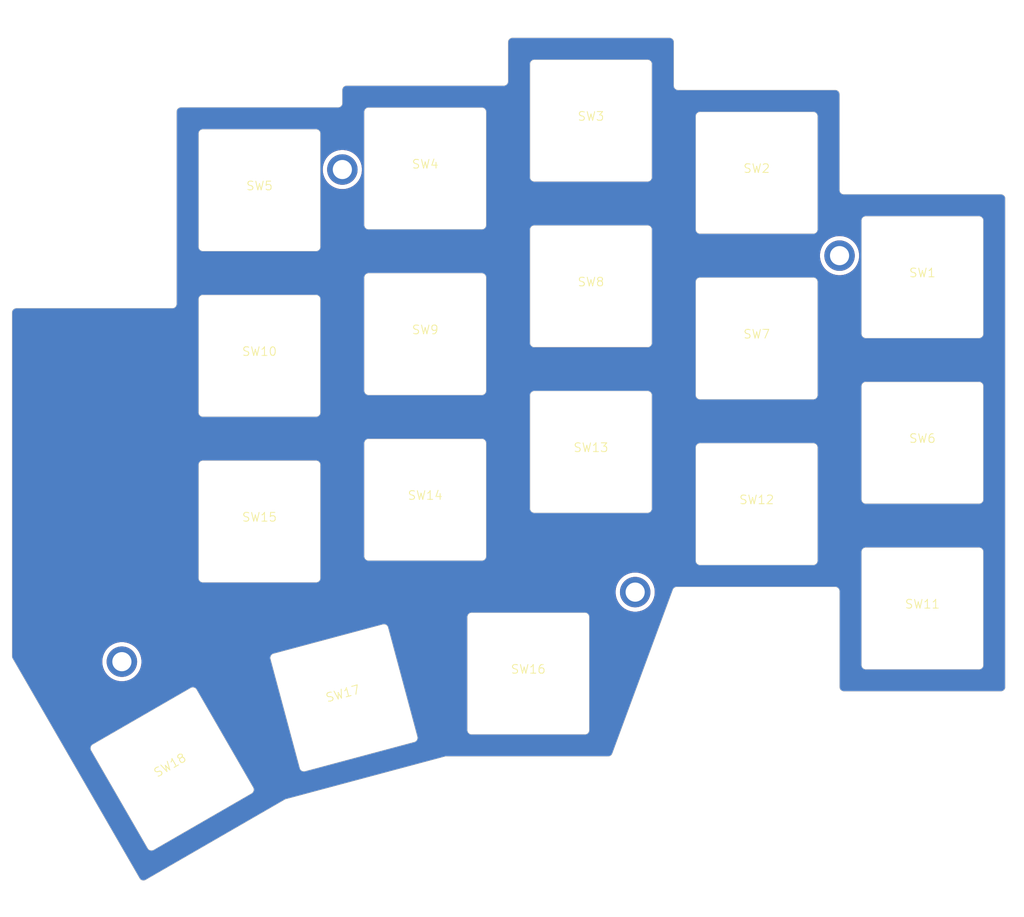
<source format=kicad_pcb>
(kicad_pcb (version 20241229) (generator "pcbnew") (generator_version "9.0")
  (layers (0 "F.Cu" signal) (2 "B.Cu" signal) (13 "F.Paste" user) (15 "B.Paste" user) (5 "F.SilkS" user "F.Silkscreen") (7 "B.SilkS" user "B.Silkscreen") (1 "F.Mask" user) (3 "B.Mask" user) (25 "Edge.Cuts" user))
  (net 0 "")
  (net 1 "GND")
  (footprint "switch-plate:Switch_Cut" (layer "F.Cu") (at 177.585659 111.984809)
    (property "Reference" "SW11" (at 0 -0.5 0) (layer "F.SilkS") (effects (font (thickness 0.1))))
    (property "Value" "SW_Push")
    (fp_line (start -7 6.5) (end -7 -6.5) (stroke (width 0.05)) (layer "Edge.Cuts"))
    (fp_line (start -6.5 -7) (end 6.5 -7) (stroke (width 0.05)) (layer "Edge.Cuts"))
    (fp_line (start 6.5 7) (end -6.5 7) (stroke (width 0.05)) (layer "Edge.Cuts"))
    (fp_line (start 7 -6.5) (end 7 6.5) (stroke (width 0.05)) (layer "Edge.Cuts"))
    (fp_arc (start -7 -6.5) (mid -6.853553 -6.853553) (end -6.5 -7) (stroke (width 0.05)) (layer "Edge.Cuts"))
    (fp_arc (start -6.5 7) (mid -6.853553 6.853553) (end -7 6.5) (stroke (width 0.05)) (layer "Edge.Cuts"))
    (fp_arc (start 6.5 -7) (mid 6.853553 -6.853553) (end 7 -6.5) (stroke (width 0.05)) (layer "Edge.Cuts"))
    (fp_arc (start 7 6.5) (mid 6.853553 6.853553) (end 6.5 7) (stroke (width 0.05)) (layer "Edge.Cuts"))
  )
  (footprint "switch-plate:copper" (layer "F.Cu") (at 83.611269 102.022192)
    (property "Reference" "G***" (hide yes))
    (property "Value" "LOGO" (hide yes))
    (fp_poly (pts (xy -2.934341 -6.989341) (xy -2.891168 -6.982038) (xy -2.749699 -6.942488) (xy -2.625176 -6.883353) (xy -2.519426 -6.805881) (xy -2.434278 -6.71132) (xy -2.390157 -6.639969) (xy -2.340218 -6.530785) (xy -2.310075 -6.429167) (xy -2.297232 -6.325732) (xy -2.296363 -6.287391) (xy -2.307772 -6.147175) (xy -2.342809 -6.020609) (xy -2.402685 -5.904558) (xy -2.48483 -5.799948) (xy -2.586164 -5.710557) (xy -2.702497 -5.644094) (xy -2.831814 -5.601243) (xy -2.972101 -5.58269) (xy -3.109688 -5.58773) (xy -3.23979 -5.615768) (xy -3.358656 -5.667707) (xy -3.46402 -5.74092) (xy -3.553615 -5.832777) (xy -3.625173 -5.940652) (xy -3.676429 -6.061915) (xy -3.705116 -6.19394) (xy -3.710585 -6.284411) (xy -3.6975 -6.426221) (xy -3.6593 -6.558545) (xy -3.597567 -6.678801) (xy -3.513882 -6.784404) (xy -3.409828 -6.872774) (xy -3.316798 -6.927459) (xy -3.192674 -6.974953) (xy -3.066397 -6.995425)) (fill yes) (layer "F.Cu"))
    (fp_poly (pts (xy -0.51521 -6.941541) (xy -0.450259 -6.931844) (xy -0.366938 -6.916374) (xy -0.269516 -6.896123) (xy -0.162263 -6.872078) (xy -0.04945 -6.845231) (xy 0.064655 -6.816569) (xy 0.17578 -6.787084) (xy 0.279656 -6.757763) (xy 0.372014 -6.729598) (xy 0.378059 -6.727656) (xy 0.65308 -6.629544) (xy 0.935485 -6.511078) (xy 1.218131 -6.375845) (xy 1.493876 -6.227434) (xy 1.755578 -6.069434) (xy 1.953307 -5.936214) (xy 2.095903 -5.829865) (xy 2.247408 -5.707764) (xy 2.403291 -5.574138) (xy 2.559027 -5.433216) (xy 2.710088 -5.289227) (xy 2.851946 -5.1464) (xy 2.980073 -5.008964) (xy 3.089943 -4.881146) (xy 3.111295 -4.854636) (xy 3.354668 -4.52911) (xy 3.570934 -4.19883) (xy 3.760824 -3.862081) (xy 3.925069 -3.517148) (xy 4.064401 -3.162315) (xy 4.17955 -2.795867) (xy 4.271249 -2.416089) (xy 4.340228 -2.021267) (xy 4.350159 -1.949445) (xy 4.35802 -1.871971) (xy 4.364476 -1.771652) (xy 4.369498 -1.653614) (xy 4.373057 -1.52298) (xy 4.375124 -1.384878) (xy 4.37567 -1.244432) (xy 4.374668 -1.106768) (xy 4.372088 -0.97701) (xy 4.367901 -0.860285) (xy 4.36208 -0.761718) (xy 4.35711 -0.707112) (xy 4.299412 -0.305668) (xy 4.216173 0.084708) (xy 4.107063 0.465149) (xy 3.971748 0.836787) (xy 3.809896 1.200752) (xy 3.778253 1.264872) (xy 3.738837 1.345188) (xy 3.711944 1.404256) (xy 3.696354 1.445229) (xy 3.69085 1.47126) (xy 3.693414 1.484365) (xy 3.703305 1.497608) (xy 3.729467 1.531888) (xy 3.77104 1.586091) (xy 3.827162 1.6591) (xy 3.896973 1.7498) (xy 3.979614 1.857075) (xy 4.074222 1.979809) (xy 4.179939 2.116888) (xy 4.295902 2.267194) (xy 4.421253 2.429614) (xy 4.55513 2.60303) (xy 4.696673 2.786328) (xy 4.845021 2.978392) (xy 4.999314 3.178106) (xy 5.158692 3.384354) (xy 5.26529 3.522277) (xy 5.42846 3.73338) (xy 5.587663 3.939354) (xy 5.741998 4.139031) (xy 5.890563 4.331244) (xy 6.032457 4.514828) (xy 6.166776 4.688615) (xy 6.29262 4.851437) (xy 6.409087 5.00213) (xy 6.515275 5.139525) (xy 6.610283 5.262456) (xy 6.693207 5.369756) (xy 6.763148 5.460258) (xy 6.819202 5.532797) (xy 6.860469 5.586204) (xy 6.886046 5.619313) (xy 6.893436 5.628885) (xy 6.913035 5.655255) (xy 6.920045 5.667614) (xy 6.913217 5.664925) (xy 6.891304 5.646151) (xy 6.853058 5.610253) (xy 6.797231 5.556194) (xy 6.747836 5.50779) (xy 6.713672 5.4742) (xy 6.660789 5.422189) (xy 6.590427 5.352979) (xy 6.50383 5.26779) (xy 6.402237 5.167845) (xy 6.286891 5.054365) (xy 6.159033 4.928571) (xy 6.019904 4.791684) (xy 5.870746 4.644927) (xy 5.7128 4.48952) (xy 5.547308 4.326685) (xy 5.375511 4.157643) (xy 5.19865 3.983616) (xy 5.017967 3.805826) (xy 4.908395 3.698005) (xy 4.729917 3.522428) (xy 4.556833 3.352249) (xy 4.390197 3.188501) (xy 4.231063 3.032215) (xy 4.080484 2.884423) (xy 3.939515 2.746158) (xy 3.809207 2.618449) (xy 3.690616 2.502331) (xy 3.584795 2.398833) (xy 3.492796 2.308988) (xy 3.415675 2.233828) (xy 3.354484 2.174384) (xy 3.310277 2.131687) (xy 3.284107 2.106771) (xy 3.276851 2.10033) (xy 3.26599 2.110763) (xy 3.240889 2.139659) (xy 3.204549 2.183418) (xy 3.159974 2.238437) (xy 3.122204 2.285859) (xy 2.986124 2.448129) (xy 2.830043 2.617279) (xy 2.659311 2.788288) (xy 2.479276 2.956138) (xy 2.295289 3.115808) (xy 2.112698 3.262278) (xy 1.968526 3.36848) (xy 1.913254 3.409164) (xy 1.871072 3.443765) (xy 1.845628 3.469091) (xy 1.83991 3.481003) (xy 1.849199 3.493042) (xy 1.875161 3.525266) (xy 1.916634 3.576267) (xy 1.972461 3.644637) (xy 2.04148 3.728968) (xy 2.122532 3.827851) (xy 2.214457 3.939878) (xy 2.316096 4.063642) (xy 2.426289 4.197733) (xy 2.543877 4.340744) (xy 2.667698 4.491266) (xy 2.796595 4.647891) (xy 2.929407 4.809212) (xy 3.064973 4.97382) (xy 3.202136 5.140306) (xy 3.339734 5.307262) (xy 3.476609 5.473281) (xy 3.6116 5.636954) (xy 3.743547 5.796873) (xy 3.871292 5.951629) (xy 3.993674 6.099815) (xy 4.109533 6.240022) (xy 4.21771 6.370842) (xy 4.317046 6.490867) (xy 4.406379 6.598689) (xy 4.484551 6.692899) (xy 4.539974 6.759564) (xy 4.578379 6.806378) (xy 4.608244 6.844082) (xy 4.626186 6.868316) (xy 4.629634 6.875082) (xy 4.619328 6.865209) (xy 4.590563 6.8363) (xy 4.544375 6.789421) (xy 4.481804 6.725636) (xy 4.403889 6.646011) (xy 4.311667 6.551611) (xy 4.206178 6.443502) (xy 4.08846 6.322747) (xy 3.959552 6.190413) (xy 3.820491 6.047564) (xy 3.672317 5.895266) (xy 3.516068 5.734585) (xy 3.352782 5.566584) (xy 3.183499 5.392329) (xy 3.065922 5.271252) (xy 2.893162 5.093403) (xy 2.72567 4.921133) (xy 2.564484 4.755506) (xy 2.410645 4.597582) (xy 2.265192 4.448424) (xy 2.129165 4.309096) (xy 2.003604 4.180658) (xy 1.889549 4.064173) (xy 1.788039 3.960703) (xy 1.700114 3.871311) (xy 1.626815 3.797059) (xy 1.56918 3.739009) (xy 1.52825 3.698223) (xy 1.505064 3.675763) (xy 1.499966 3.6715) (xy 1.485342 3.678772) (xy 1.449614 3.696693) (xy 1.396683 3.7233) (xy 1.330451 3.756633) (xy 1.254818 3.79473) (xy 1.23907 3.802666) (xy 0.90647 3.957616) (xy 0.569658 4.088838) (xy 0.225151 4.197341) (xy -0.130539 4.284135) (xy -0.500895 4.350229) (xy -0.770122 4.384653) (xy -0.849336 4.391087) (xy -0.950727 4.396024) (xy -1.068505 4.399462) (xy -1.196882 4.401397) (xy -1.33007 4.401829) (xy -1.462281 4.400754) (xy -1.587727 4.398172) (xy -1.700618 4.394078) (xy -1.795167 4.388473) (xy -1.83429 4.385048) (xy -2.234824 4.330816) (xy -2.626671 4.250419) (xy -3.008837 4.144456) (xy -3.380324 4.013522) (xy -3.740136 3.858216) (xy -4.087277 3.679134) (xy -4.42075 3.476872) (xy -4.739559 3.252029) (xy -5.042708 3.005201) (xy -5.3292 2.736985) (xy -5.59804 2.447978) (xy -5.84823 2.138777) (xy -6.044307 1.862292) (xy -6.239957 1.545514) (xy -6.415997 1.212677) (xy -6.570849 0.867675) (xy -6.702935 0.514396) (xy -6.810676 0.156733) (xy -6.892495 -0.201425) (xy -6.90191 -0.252041) (xy -6.958447 -0.640314) (xy -6.989736 -1.036487) (xy -6.995825 -1.436446) (xy -6.976763 -1.836079) (xy -6.95065 -2.069747) (xy -5.658934 -2.069747) (xy -5.657547 -1.936038) (xy -5.65463 -1.82566) (xy -5.626914 -1.449771) (xy -5.572103 -1.078242) (xy -5.490804 -0.712633) (xy -5.383624 -0.354503) (xy -5.251169 -0.005412) (xy -5.094047 0.333081) (xy -4.912865 0.659416) (xy -4.708229 0.972033) (xy -4.480746 1.269374) (xy -4.423743 1.33721) (xy -4.349318 1.420388) (xy -4.259334 1.514873) (xy -4.159496 1.615141) (xy -4.055507 1.715666) (xy -3.953074 1.810925) (xy -3.857902 1.895392) (xy -3.782579 1.958091) (xy -3.510352 2.15853) (xy -3.22515 2.337179) (xy -2.929262 2.493098) (xy -2.624979 2.625344) (xy -2.314592 2.732975) (xy -2.000392 2.815048) (xy -1.684669 2.870623) (xy -1.51924 2.88886) (xy -1.445205 2.893191) (xy -1.350468 2.89556) (xy -1.242251 2.896077) (xy -1.127781 2.89485) (xy -1.014282 2.891988) (xy -0.908978 2.887599) (xy -0.819095 2.881794) (xy -0.775502 2.877667) (xy -0.561782 2.846571) (xy -0.343134 2.801315) (xy -0.127404 2.744014) (xy 0.07756 2.67678) (xy 0.263913 2.60173) (xy 0.286272 2.591551) (xy 0.40888 2.534906) (xy 0.130928 2.247881) (xy -0.005826 2.106694) (xy -0.153865 1.953917) (xy -0.312299 1.790464) (xy -0.48024 1.61725) (xy -0.656798 1.435191) (xy -0.841084 1.2452) (xy -1.032211 1.048194) (xy -1.229288 0.845087) (xy -1.431427 0.636794) (xy -1.637738 0.42423) (xy -1.847334 0.20831) (xy -2.059325 -0.010051) (xy -2.272822 -0.229937) (xy -2.486936 -0.450435) (xy -2.700779 -0.670628) (xy -2.913461 -0.889603) (xy -3.124093 -1.106443) (xy -3.331787 -1.320235) (xy -3.535653 -1.530062) (xy -3.734803 -1.735011) (xy -3.928348 -1.934165) (xy -4.115399 -2.12661) (xy -4.295067 -2.311432) (xy -4.466463 -2.487715) (xy -4.628697 -2.654543) (xy -4.780882 -2.811003) (xy -4.922129 -2.956179) (xy -5.051547 -3.089156) (xy -5.168249 -3.20902) (xy -5.271345 -3.314854) (xy -5.359947 -3.405745) (xy -5.433166 -3.480776) (xy -5.490112 -3.539034) (xy -5.529897 -3.579603) (xy -5.551632 -3.601569) (xy -5.555658 -3.605443) (xy -5.561767 -3.588852) (xy -5.570236 -3.54903) (xy -5.580356 -3.490582) (xy -5.591421 -3.418111) (xy -5.602724 -3.336223) (xy -5.613557 -3.249522) (xy -5.622288 -3.1715) (xy -5.630367 -3.078244) (xy -5.637692 -2.962087) (xy -5.644139 -2.82813) (xy -5.649587 -2.681469) (xy -5.653913 -2.527202) (xy -5.656995 -2.370428) (xy -5.658709 -2.216243) (xy -5.658934 -2.069747) (xy -6.95065 -2.069747) (xy -6.932599 -2.231272) (xy -6.874535 -2.564664) (xy -6.789181 -2.916778) (xy -6.678908 -3.262026) (xy -6.545061 -3.596921) (xy -6.388982 -3.917976) (xy -6.276807 -4.116649) (xy -6.209077 -4.227201) (xy -6.140234 -4.333557) (xy -6.067093 -4.440159) (xy -5.98647 -4.551449) (xy -5.895182 -4.671868) (xy -5.790044 -4.805858) (xy -5.71988 -4.893506) (xy -5.656574 -4.972375) (xy -5.597385 -5.046593) (xy -5.545139 -5.112578) (xy -5.50266 -5.166754) (xy -5.472771 -5.20554) (xy -5.460005 -5.222823) (xy -5.43583 -5.253602) (xy -5.416259 -5.271882) (xy -5.411853 -5.273824) (xy -5.401988 -5.263302) (xy -5.374946 -5.231947) (xy -5.331369 -5.180533) (xy -5.271897 -5.109832) (xy -5.197171 -5.020617) (xy -5.107834 -4.913661) (xy -5.004526 -4.789736) (xy -4.887887 -4.649615) (xy -4.75856 -4.49407) (xy -4.617186 -4.323875) (xy -4.464405 -4.139801) (xy -4.300859 -3.942623) (xy -4.127189 -3.733111) (xy -3.944036 -3.51204) (xy -3.752041 -3.280181) (xy -3.551846 -3.038307) (xy -3.344091 -2.787192) (xy -3.129418 -2.527607) (xy -2.908468 -2.260325) (xy -2.681881 -1.98612) (xy -2.4503 -1.705763) (xy -2.277651 -1.496683) (xy 0.842548 2.282452) (xy 0.927509 2.222896) (xy 1.036122 2.140993) (xy 1.155281 2.041069) (xy 1.279688 1.928193) (xy 1.404045 1.807434) (xy 1.523054 1.683862) (xy 1.631416 1.562548) (xy 1.685027 1.498041) (xy 1.722814 1.44924) (xy 1.768238 1.387561) (xy 1.818459 1.31719) (xy 1.870638 1.242312) (xy 1.921934 1.167111) (xy 1.969509 1.095773) (xy 2.010522 1.032483) (xy 2.042133 0.981427) (xy 2.061502 0.946788) (xy 2.065659 0.937094) (xy 2.06476 0.928228) (xy 2.057006 0.913784) (xy 2.041046 0.892343) (xy 2.015528 0.862488) (xy 1.979102 0.822801) (xy 1.930417 0.771865) (xy 1.868121 0.70826) (xy 1.790863 0.630571) (xy 1.697293 0.537379) (xy 1.58606 0.427266) (xy 1.481916 0.324531) (xy 1.372173 0.216458) (xy 1.266158 0.112176) (xy 1.165942 0.013716) (xy 1.073599 -0.076891) (xy 0.991201 -0.157614) (xy 0.920822 -0.226422) (xy 0.864534 -0.281284) (xy 0.82441 -0.320168) (xy 0.805051 -0.338681) (xy 0.720963 -0.417794) (xy 0.527003 -0.439105) (xy 0.456733 -0.447091) (xy 0.397263 -0.454354) (xy 0.353717 -0.460229) (xy 0.331221 -0.464052) (xy 0.329294 -0.464745) (xy 0.338651 -0.474727) (xy 0.366909 -0.502083) (xy 0.412367 -0.545223) (xy 0.473322 -0.602554) (xy 0.548071 -0.672484) (xy 0.634913 -0.753423) (xy 0.732144 -0.843779) (xy 0.838062 -0.94196) (xy 0.950965 -1.046375) (xy 0.991646 -1.083942) (xy 1.125376 -1.207312) (xy 1.240066 -1.312897) (xy 1.337197 -1.401966) (xy 1.418247 -1.475793) (xy 1.484698 -1.535648) (xy 1.538028 -1.582802) (xy 1.579718 -1.618528) (xy 1.611247 -1.644096) (xy 1.634096 -1.660779) (xy 1.649744 -1.669846) (xy 1.659672 -1.672571) (xy 1.665359 -1.670224) (xy 1.668012 -1.665033) (xy 1.67268 -1.640942) (xy 1.679577 -1.593929) (xy 1.688063 -1.528929) (xy 1.697494 -1.450876) (xy 1.707228 -1.364705) (xy 1.707935 -1.358215) (xy 1.717454 -1.271951) (xy 1.726368 -1.19372) (xy 1.7341 -1.128377) (xy 1.740076 -1.080776) (xy 1.743719 -1.055773) (xy 1.743895 -1.054881) (xy 1.753376 -1.038119) (xy 1.77772 -1.002622) (xy 1.814827 -0.95112) (xy 1.862598 -0.886342) (xy 1.918933 -0.811018) (xy 1.981734 -0.727877) (xy 2.0489 -0.63965) (xy 2.118332 -0.549064) (xy 2.18793 -0.458851) (xy 2.255596 -0.37174) (xy 2.319229 -0.290459) (xy 2.37673 -0.217739) (xy 2.426 -0.15631) (xy 2.464939 -0.1089) (xy 2.491447 -0.078239) (xy 2.503426 -0.067057) (xy 2.503682 -0.067081) (xy 2.513847 -0.083178) (xy 2.528966 -0.122701) (xy 2.547987 -0.181723) (xy 2.569861 -0.256316) (xy 2.593537 -0.342554) (xy 2.617964 -0.436508) (xy 2.642092 -0.534252) (xy 2.664871 -0.631859) (xy 2.68525 -0.7254) (xy 2.701095 -0.805128) (xy 2.764936 -1.215925) (xy 2.802204 -1.6228) (xy 2.813069 -2.024888) (xy 2.797702 -2.421327) (xy 2.756274 -2.811255) (xy 2.688956 -3.193807) (xy 2.595919 -3.568121) (xy 2.477335 -3.933334) (xy 2.333373 -4.288583) (xy 2.164205 -4.633005) (xy 1.970003 -4.965738) (xy 1.837215 -5.165617) (xy 1.623364 -5.449759) (xy 1.391383 -5.715013) (xy 1.142708 -5.960284) (xy 0.87877 -6.184478) (xy 0.601003 -6.386498) (xy 0.31084 -6.56525) (xy 0.009715 -6.719638) (xy -0.30094 -6.848569) (xy -0.420067 -6.890286) (xy -0.479362 -6.910649) (xy -0.52496 -6.927555) (xy -0.552685 -6.939356) (xy -0.558359 -6.944406) (xy -0.557521 -6.944477)) (fill yes) (layer "F.Cu"))
  )
  (footprint "switch-plate:Switch_Cut" (layer "F.Cu") (at 132.284659 119.474809)
    (property "Reference" "SW16" (at 0 -0.5 0) (layer "F.SilkS") (effects (font (thickness 0.1))))
    (property "Value" "SW_Push")
    (fp_line (start -7 6.5) (end -7 -6.5) (stroke (width 0.05)) (layer "Edge.Cuts"))
    (fp_line (start -6.5 -7) (end 6.5 -7) (stroke (width 0.05)) (layer "Edge.Cuts"))
    (fp_line (start 6.5 7) (end -6.5 7) (stroke (width 0.05)) (layer "Edge.Cuts"))
    (fp_line (start 7 -6.5) (end 7 6.5) (stroke (width 0.05)) (layer "Edge.Cuts"))
    (fp_arc (start -7 -6.5) (mid -6.853553 -6.853553) (end -6.5 -7) (stroke (width 0.05)) (layer "Edge.Cuts"))
    (fp_arc (start -6.5 7) (mid -6.853553 6.853553) (end -7 6.5) (stroke (width 0.05)) (layer "Edge.Cuts"))
    (fp_arc (start 6.5 -7) (mid 6.853553 -6.853553) (end 7 -6.5) (stroke (width 0.05)) (layer "Edge.Cuts"))
    (fp_arc (start 7 6.5) (mid 6.853553 6.853553) (end 6.5 7) (stroke (width 0.05)) (layer "Edge.Cuts"))
  )
  (footprint "switch-plate:Switch_Cut" (layer "F.Cu") (at 101.385659 101.984809)
    (property "Reference" "SW15" (at 0 -0.5 0) (layer "F.SilkS") (effects (font (thickness 0.1))))
    (property "Value" "SW_Push")
    (fp_line (start -7 6.5) (end -7 -6.5) (stroke (width 0.05)) (layer "Edge.Cuts"))
    (fp_line (start -6.5 -7) (end 6.5 -7) (stroke (width 0.05)) (layer "Edge.Cuts"))
    (fp_line (start 6.5 7) (end -6.5 7) (stroke (width 0.05)) (layer "Edge.Cuts"))
    (fp_line (start 7 -6.5) (end 7 6.5) (stroke (width 0.05)) (layer "Edge.Cuts"))
    (fp_arc (start -7 -6.5) (mid -6.853553 -6.853553) (end -6.5 -7) (stroke (width 0.05)) (layer "Edge.Cuts"))
    (fp_arc (start -6.5 7) (mid -6.853553 6.853553) (end -7 6.5) (stroke (width 0.05)) (layer "Edge.Cuts"))
    (fp_arc (start 6.5 -7) (mid 6.853553 -6.853553) (end 7 -6.5) (stroke (width 0.05)) (layer "Edge.Cuts"))
    (fp_arc (start 7 6.5) (mid 6.853553 6.853553) (end 6.5 7) (stroke (width 0.05)) (layer "Edge.Cuts"))
  )
  (footprint "switch-plate:Switch_Cut" (layer "F.Cu") (at 120.435659 61.384809)
    (property "Reference" "SW4" (at 0 -0.5 0) (layer "F.SilkS") (effects (font (thickness 0.1))))
    (property "Value" "SW_Push")
    (fp_line (start -7 6.5) (end -7 -6.5) (stroke (width 0.05)) (layer "Edge.Cuts"))
    (fp_line (start -6.5 -7) (end 6.5 -7) (stroke (width 0.05)) (layer "Edge.Cuts"))
    (fp_line (start 6.5 7) (end -6.5 7) (stroke (width 0.05)) (layer "Edge.Cuts"))
    (fp_line (start 7 -6.5) (end 7 6.5) (stroke (width 0.05)) (layer "Edge.Cuts"))
    (fp_arc (start -7 -6.5) (mid -6.853553 -6.853553) (end -6.5 -7) (stroke (width 0.05)) (layer "Edge.Cuts"))
    (fp_arc (start -6.5 7) (mid -6.853553 6.853553) (end -7 6.5) (stroke (width 0.05)) (layer "Edge.Cuts"))
    (fp_arc (start 6.5 -7) (mid 6.853553 -6.853553) (end 7 -6.5) (stroke (width 0.05)) (layer "Edge.Cuts"))
    (fp_arc (start 7 6.5) (mid 6.853553 6.853553) (end 6.5 7) (stroke (width 0.05)) (layer "Edge.Cuts"))
  )
  (footprint "switch-plate:Switch_Cut" (layer "F.Cu") (at 177.585659 92.934809)
    (property "Reference" "SW6" (at 0 -0.5 0) (layer "F.SilkS") (effects (font (thickness 0.1))))
    (property "Value" "SW_Push")
    (fp_line (start -7 6.5) (end -7 -6.5) (stroke (width 0.05)) (layer "Edge.Cuts"))
    (fp_line (start -6.5 -7) (end 6.5 -7) (stroke (width 0.05)) (layer "Edge.Cuts"))
    (fp_line (start 6.5 7) (end -6.5 7) (stroke (width 0.05)) (layer "Edge.Cuts"))
    (fp_line (start 7 -6.5) (end 7 6.5) (stroke (width 0.05)) (layer "Edge.Cuts"))
    (fp_arc (start -7 -6.5) (mid -6.853553 -6.853553) (end -6.5 -7) (stroke (width 0.05)) (layer "Edge.Cuts"))
    (fp_arc (start -6.5 7) (mid -6.853553 6.853553) (end -7 6.5) (stroke (width 0.05)) (layer "Edge.Cuts"))
    (fp_arc (start 6.5 -7) (mid 6.853553 -6.853553) (end 7 -6.5) (stroke (width 0.05)) (layer "Edge.Cuts"))
    (fp_arc (start 7 6.5) (mid 6.853553 6.853553) (end 6.5 7) (stroke (width 0.05)) (layer "Edge.Cuts"))
  )
  (footprint "switch-plate:Switch_Cut" (layer "F.Cu") (at 101.385659 63.884809)
    (property "Reference" "SW5" (at 0 -0.5 0) (layer "F.SilkS") (effects (font (thickness 0.1))))
    (property "Value" "SW_Push")
    (fp_line (start -7 6.5) (end -7 -6.5) (stroke (width 0.05)) (layer "Edge.Cuts"))
    (fp_line (start -6.5 -7) (end 6.5 -7) (stroke (width 0.05)) (layer "Edge.Cuts"))
    (fp_line (start 6.5 7) (end -6.5 7) (stroke (width 0.05)) (layer "Edge.Cuts"))
    (fp_line (start 7 -6.5) (end 7 6.5) (stroke (width 0.05)) (layer "Edge.Cuts"))
    (fp_arc (start -7 -6.5) (mid -6.853553 -6.853553) (end -6.5 -7) (stroke (width 0.05)) (layer "Edge.Cuts"))
    (fp_arc (start -6.5 7) (mid -6.853553 6.853553) (end -7 6.5) (stroke (width 0.05)) (layer "Edge.Cuts"))
    (fp_arc (start 6.5 -7) (mid 6.853553 -6.853553) (end 7 -6.5) (stroke (width 0.05)) (layer "Edge.Cuts"))
    (fp_arc (start 7 6.5) (mid 6.853553 6.853553) (end 6.5 7) (stroke (width 0.05)) (layer "Edge.Cuts"))
  )
  (footprint "switch-plate:Switch_Cut" (layer "F.Cu") (at 177.585659 73.884809)
    (property "Reference" "SW1" (at 0 -0.5 0) (layer "F.SilkS") (effects (font (thickness 0.1))))
    (property "Value" "SW_Push")
    (fp_line (start -7 6.5) (end -7 -6.5) (stroke (width 0.05)) (layer "Edge.Cuts"))
    (fp_line (start -6.5 -7) (end 6.5 -7) (stroke (width 0.05)) (layer "Edge.Cuts"))
    (fp_line (start 6.5 7) (end -6.5 7) (stroke (width 0.05)) (layer "Edge.Cuts"))
    (fp_line (start 7 -6.5) (end 7 6.5) (stroke (width 0.05)) (layer "Edge.Cuts"))
    (fp_arc (start -7 -6.5) (mid -6.853553 -6.853553) (end -6.5 -7) (stroke (width 0.05)) (layer "Edge.Cuts"))
    (fp_arc (start -6.5 7) (mid -6.853553 6.853553) (end -7 6.5) (stroke (width 0.05)) (layer "Edge.Cuts"))
    (fp_arc (start 6.5 -7) (mid 6.853553 -6.853553) (end 7 -6.5) (stroke (width 0.05)) (layer "Edge.Cuts"))
    (fp_arc (start 7 6.5) (mid 6.853553 6.853553) (end 6.5 7) (stroke (width 0.05)) (layer "Edge.Cuts"))
  )
  (footprint "switch-plate:Switch_Cut" (layer "F.Cu") (at 158.535659 99.984809)
    (property "Reference" "SW12" (at 0 -0.5 0) (layer "F.SilkS") (effects (font (thickness 0.1))))
    (property "Value" "SW_Push")
    (fp_line (start -7 6.5) (end -7 -6.5) (stroke (width 0.05)) (layer "Edge.Cuts"))
    (fp_line (start -6.5 -7) (end 6.5 -7) (stroke (width 0.05)) (layer "Edge.Cuts"))
    (fp_line (start 6.5 7) (end -6.5 7) (stroke (width 0.05)) (layer "Edge.Cuts"))
    (fp_line (start 7 -6.5) (end 7 6.5) (stroke (width 0.05)) (layer "Edge.Cuts"))
    (fp_arc (start -7 -6.5) (mid -6.853553 -6.853553) (end -6.5 -7) (stroke (width 0.05)) (layer "Edge.Cuts"))
    (fp_arc (start -6.5 7) (mid -6.853553 6.853553) (end -7 6.5) (stroke (width 0.05)) (layer "Edge.Cuts"))
    (fp_arc (start 6.5 -7) (mid 6.853553 -6.853553) (end 7 -6.5) (stroke (width 0.05)) (layer "Edge.Cuts"))
    (fp_arc (start 7 6.5) (mid 6.853553 6.853553) (end 6.5 7) (stroke (width 0.05)) (layer "Edge.Cuts"))
  )
  (footprint "switch-plate:Switch_Cut" (layer "F.Cu") (at 139.485659 55.884809)
    (property "Reference" "SW3" (at 0 -0.5 0) (layer "F.SilkS") (effects (font (thickness 0.1))))
    (property "Value" "SW_Push")
    (fp_line (start -7 6.5) (end -7 -6.5) (stroke (width 0.05)) (layer "Edge.Cuts"))
    (fp_line (start -6.5 -7) (end 6.5 -7) (stroke (width 0.05)) (layer "Edge.Cuts"))
    (fp_line (start 6.5 7) (end -6.5 7) (stroke (width 0.05)) (layer "Edge.Cuts"))
    (fp_line (start 7 -6.5) (end 7 6.5) (stroke (width 0.05)) (layer "Edge.Cuts"))
    (fp_arc (start -7 -6.5) (mid -6.853553 -6.853553) (end -6.5 -7) (stroke (width 0.05)) (layer "Edge.Cuts"))
    (fp_arc (start -6.5 7) (mid -6.853553 6.853553) (end -7 6.5) (stroke (width 0.05)) (layer "Edge.Cuts"))
    (fp_arc (start 6.5 -7) (mid 6.853553 -6.853553) (end 7 -6.5) (stroke (width 0.05)) (layer "Edge.Cuts"))
    (fp_arc (start 7 6.5) (mid 6.853553 6.853553) (end 6.5 7) (stroke (width 0.05)) (layer "Edge.Cuts"))
  )
  (footprint "switch-plate:Switch_Cut" (layer "F.Cu") (at 158.535659 61.884809)
    (property "Reference" "SW2" (at 0 -0.5 0) (layer "F.SilkS") (effects (font (thickness 0.1))))
    (property "Value" "SW_Push")
    (fp_line (start -7 6.5) (end -7 -6.5) (stroke (width 0.05)) (layer "Edge.Cuts"))
    (fp_line (start -6.5 -7) (end 6.5 -7) (stroke (width 0.05)) (layer "Edge.Cuts"))
    (fp_line (start 6.5 7) (end -6.5 7) (stroke (width 0.05)) (layer "Edge.Cuts"))
    (fp_line (start 7 -6.5) (end 7 6.5) (stroke (width 0.05)) (layer "Edge.Cuts"))
    (fp_arc (start -7 -6.5) (mid -6.853553 -6.853553) (end -6.5 -7) (stroke (width 0.05)) (layer "Edge.Cuts"))
    (fp_arc (start -6.5 7) (mid -6.853553 6.853553) (end -7 6.5) (stroke (width 0.05)) (layer "Edge.Cuts"))
    (fp_arc (start 6.5 -7) (mid 6.853553 -6.853553) (end 7 -6.5) (stroke (width 0.05)) (layer "Edge.Cuts"))
    (fp_arc (start 7 6.5) (mid 6.853553 6.853553) (end 6.5 7) (stroke (width 0.05)) (layer "Edge.Cuts"))
  )
  (footprint "switch-plate:Switch_Cut" (layer "F.Cu") (at 91.347659 130.443809 30)
    (property "Reference" "SW18" (at 0 -0.5 30) (layer "F.SilkS") (effects (font (thickness 0.1))))
    (property "Value" "SW_Push")
    (fp_line (start -6.5 -7) (end 6.5 -7) (stroke (width 0.05)) (layer "Edge.Cuts"))
    (fp_line (start -7 6.5) (end -7 -6.5) (stroke (width 0.05)) (layer "Edge.Cuts"))
    (fp_line (start 7 -6.5) (end 7 6.5) (stroke (width 0.05)) (layer "Edge.Cuts"))
    (fp_line (start 6.5 7) (end -6.5 7) (stroke (width 0.05)) (layer "Edge.Cuts"))
    (fp_arc (start -7 -6.5) (mid -6.853553 -6.853554) (end -6.5 -7) (stroke (width 0.05)) (layer "Edge.Cuts"))
    (fp_arc (start -6.5 7) (mid -6.853554 6.853553) (end -7 6.5) (stroke (width 0.05)) (layer "Edge.Cuts"))
    (fp_arc (start 6.5 -7) (mid 6.853554 -6.853553) (end 7 -6.5) (stroke (width 0.05)) (layer "Edge.Cuts"))
    (fp_arc (start 7 6.5) (mid 6.853553 6.853554) (end 6.5 7) (stroke (width 0.05)) (layer "Edge.Cuts"))
  )
  (footprint "switch-plate:Switch_Cut" (layer "F.Cu") (at 111.093659 122.264809 15)
    (property "Reference" "SW17" (at 0 -0.5 15) (layer "F.SilkS") (effects (font (thickness 0.1))))
    (property "Value" "SW_Push")
    (fp_line (start -6.5 -7) (end 6.500002 -7) (stroke (width 0.05)) (layer "Edge.Cuts"))
    (fp_line (start -7 6.5) (end -7 -6.500002) (stroke (width 0.05)) (layer "Edge.Cuts"))
    (fp_line (start 7 -6.5) (end 7 6.500002) (stroke (width 0.05)) (layer "Edge.Cuts"))
    (fp_line (start 6.5 7) (end -6.500002 7) (stroke (width 0.05)) (layer "Edge.Cuts"))
    (fp_arc (start -7 -6.500002) (mid -6.853552 -6.853553) (end -6.5 -7) (stroke (width 0.05)) (layer "Edge.Cuts"))
    (fp_arc (start -6.500002 7) (mid -6.853553 6.853552) (end -7 6.5) (stroke (width 0.05)) (layer "Edge.Cuts"))
    (fp_arc (start 6.500002 -7) (mid 6.853554 -6.853553) (end 7 -6.5) (stroke (width 0.05)) (layer "Edge.Cuts"))
    (fp_arc (start 7 6.500002) (mid 6.853553 6.853554) (end 6.5 7) (stroke (width 0.05)) (layer "Edge.Cuts"))
  )
  (footprint "switch-plate:Switch_Cut" (layer "F.Cu") (at 120.435659 80.434809)
    (property "Reference" "SW9" (at 0 -0.5 0) (layer "F.SilkS") (effects (font (thickness 0.1))))
    (property "Value" "SW_Push")
    (fp_line (start -7 6.5) (end -7 -6.5) (stroke (width 0.05)) (layer "Edge.Cuts"))
    (fp_line (start -6.5 -7) (end 6.5 -7) (stroke (width 0.05)) (layer "Edge.Cuts"))
    (fp_line (start 6.5 7) (end -6.5 7) (stroke (width 0.05)) (layer "Edge.Cuts"))
    (fp_line (start 7 -6.5) (end 7 6.5) (stroke (width 0.05)) (layer "Edge.Cuts"))
    (fp_arc (start -7 -6.5) (mid -6.853553 -6.853553) (end -6.5 -7) (stroke (width 0.05)) (layer "Edge.Cuts"))
    (fp_arc (start -6.5 7) (mid -6.853553 6.853553) (end -7 6.5) (stroke (width 0.05)) (layer "Edge.Cuts"))
    (fp_arc (start 6.5 -7) (mid 6.853553 -6.853553) (end 7 -6.5) (stroke (width 0.05)) (layer "Edge.Cuts"))
    (fp_arc (start 7 6.5) (mid 6.853553 6.853553) (end 6.5 7) (stroke (width 0.05)) (layer "Edge.Cuts"))
  )
  (footprint "switch-plate:Switch_Cut" (layer "F.Cu") (at 101.385659 82.934809)
    (property "Reference" "SW10" (at 0 -0.5 0) (layer "F.SilkS") (effects (font (thickness 0.1))))
    (property "Value" "SW_Push")
    (fp_line (start -7 6.5) (end -7 -6.5) (stroke (width 0.05)) (layer "Edge.Cuts"))
    (fp_line (start -6.5 -7) (end 6.5 -7) (stroke (width 0.05)) (layer "Edge.Cuts"))
    (fp_line (start 6.5 7) (end -6.5 7) (stroke (width 0.05)) (layer "Edge.Cuts"))
    (fp_line (start 7 -6.5) (end 7 6.5) (stroke (width 0.05)) (layer "Edge.Cuts"))
    (fp_arc (start -7 -6.5) (mid -6.853553 -6.853553) (end -6.5 -7) (stroke (width 0.05)) (layer "Edge.Cuts"))
    (fp_arc (start -6.5 7) (mid -6.853553 6.853553) (end -7 6.5) (stroke (width 0.05)) (layer "Edge.Cuts"))
    (fp_arc (start 6.5 -7) (mid 6.853553 -6.853553) (end 7 -6.5) (stroke (width 0.05)) (layer "Edge.Cuts"))
    (fp_arc (start 7 6.5) (mid 6.853553 6.853553) (end 6.5 7) (stroke (width 0.05)) (layer "Edge.Cuts"))
  )
  (footprint "switch-plate:Switch_Cut" (layer "F.Cu") (at 139.485659 74.934809)
    (property "Reference" "SW8" (at 0 -0.5 0) (layer "F.SilkS") (effects (font (thickness 0.1))))
    (property "Value" "SW_Push")
    (fp_line (start -7 6.5) (end -7 -6.5) (stroke (width 0.05)) (layer "Edge.Cuts"))
    (fp_line (start -6.5 -7) (end 6.5 -7) (stroke (width 0.05)) (layer "Edge.Cuts"))
    (fp_line (start 6.5 7) (end -6.5 7) (stroke (width 0.05)) (layer "Edge.Cuts"))
    (fp_line (start 7 -6.5) (end 7 6.5) (stroke (width 0.05)) (layer "Edge.Cuts"))
    (fp_arc (start -7 -6.5) (mid -6.853553 -6.853553) (end -6.5 -7) (stroke (width 0.05)) (layer "Edge.Cuts"))
    (fp_arc (start -6.5 7) (mid -6.853553 6.853553) (end -7 6.5) (stroke (width 0.05)) (layer "Edge.Cuts"))
    (fp_arc (start 6.5 -7) (mid 6.853553 -6.853553) (end 7 -6.5) (stroke (width 0.05)) (layer "Edge.Cuts"))
    (fp_arc (start 7 6.5) (mid 6.853553 6.853553) (end 6.5 7) (stroke (width 0.05)) (layer "Edge.Cuts"))
  )
  (footprint "switch-plate:Switch_Cut" (layer "F.Cu") (at 158.535659 80.934809)
    (property "Reference" "SW7" (at 0 -0.5 0) (layer "F.SilkS") (effects (font (thickness 0.1))))
    (property "Value" "SW_Push")
    (fp_line (start -7 6.5) (end -7 -6.5) (stroke (width 0.05)) (layer "Edge.Cuts"))
    (fp_line (start -6.5 -7) (end 6.5 -7) (stroke (width 0.05)) (layer "Edge.Cuts"))
    (fp_line (start 6.5 7) (end -6.5 7) (stroke (width 0.05)) (layer "Edge.Cuts"))
    (fp_line (start 7 -6.5) (end 7 6.5) (stroke (width 0.05)) (layer "Edge.Cuts"))
    (fp_arc (start -7 -6.5) (mid -6.853553 -6.853553) (end -6.5 -7) (stroke (width 0.05)) (layer "Edge.Cuts"))
    (fp_arc (start -6.5 7) (mid -6.853553 6.853553) (end -7 6.5) (stroke (width 0.05)) (layer "Edge.Cuts"))
    (fp_arc (start 6.5 -7) (mid 6.853553 -6.853553) (end 7 -6.5) (stroke (width 0.05)) (layer "Edge.Cuts"))
    (fp_arc (start 7 6.5) (mid 6.853553 6.853553) (end 6.5 7) (stroke (width 0.05)) (layer "Edge.Cuts"))
  )
  (footprint "switch-plate:Switch_Cut" (layer "F.Cu") (at 120.435659 99.484809)
    (property "Reference" "SW14" (at 0 -0.5 0) (layer "F.SilkS") (effects (font (thickness 0.1))))
    (property "Value" "SW_Push")
    (fp_line (start -7 6.5) (end -7 -6.5) (stroke (width 0.05)) (layer "Edge.Cuts"))
    (fp_line (start -6.5 -7) (end 6.5 -7) (stroke (width 0.05)) (layer "Edge.Cuts"))
    (fp_line (start 6.5 7) (end -6.5 7) (stroke (width 0.05)) (layer "Edge.Cuts"))
    (fp_line (start 7 -6.5) (end 7 6.5) (stroke (width 0.05)) (layer "Edge.Cuts"))
    (fp_arc (start -7 -6.5) (mid -6.853553 -6.853553) (end -6.5 -7) (stroke (width 0.05)) (layer "Edge.Cuts"))
    (fp_arc (start -6.5 7) (mid -6.853553 6.853553) (end -7 6.5) (stroke (width 0.05)) (layer "Edge.Cuts"))
    (fp_arc (start 6.5 -7) (mid 6.853553 -6.853553) (end 7 -6.5) (stroke (width 0.05)) (layer "Edge.Cuts"))
    (fp_arc (start 7 6.5) (mid 6.853553 6.853553) (end 6.5 7) (stroke (width 0.05)) (layer "Edge.Cuts"))
  )
  (footprint "switch-plate:Switch_Cut" (layer "F.Cu") (at 139.485659 93.984809)
    (property "Reference" "SW13" (at 0 -0.5 0) (layer "F.SilkS") (effects (font (thickness 0.1))))
    (property "Value" "SW_Push")
    (fp_line (start -7 6.5) (end -7 -6.5) (stroke (width 0.05)) (layer "Edge.Cuts"))
    (fp_line (start -6.5 -7) (end 6.5 -7) (stroke (width 0.05)) (layer "Edge.Cuts"))
    (fp_line (start 6.5 7) (end -6.5 7) (stroke (width 0.05)) (layer "Edge.Cuts"))
    (fp_line (start 7 -6.5) (end 7 6.5) (stroke (width 0.05)) (layer "Edge.Cuts"))
    (fp_arc (start -7 -6.5) (mid -6.853553 -6.853553) (end -6.5 -7) (stroke (width 0.05)) (layer "Edge.Cuts"))
    (fp_arc (start -6.5 7) (mid -6.853553 6.853553) (end -7 6.5) (stroke (width 0.05)) (layer "Edge.Cuts"))
    (fp_arc (start 6.5 -7) (mid 6.853553 -6.853553) (end 7 -6.5) (stroke (width 0.05)) (layer "Edge.Cuts"))
    (fp_arc (start 7 6.5) (mid 6.853553 6.853553) (end 6.5 7) (stroke (width 0.05)) (layer "Edge.Cuts"))
  )
  (footprint "MountingHole:MountingHole_2.2mm_M2_ISO7380_Pad" (layer "B.Cu") (at 110.910659 61.507084 180)
    (property "Reference" "H2" (hide yes))
    (property "Value" "MountingHole")
    (pad "1" thru_hole circle (at 0 0 180) (size 3.5 3.5) (drill 2.2) (layers "*.Cu" "*.Mask"))
  )
  (footprint "MountingHole:MountingHole_2.2mm_M2_ISO7380_Pad" (layer "B.Cu") (at 85.5686 118.107084 180)
    (property "Reference" "H4" (hide yes))
    (property "Value" "MountingHole")
    (pad "1" thru_hole circle (at 0 0 180) (size 3.5 3.5) (drill 2.2) (layers "*.Cu" "*.Mask"))
  )
  (footprint "MountingHole:MountingHole_2.2mm_M2_ISO7380_Pad" (layer "B.Cu") (at 168.060659 71.409809 180)
    (property "Reference" "H1" (hide yes))
    (property "Value" "MountingHole")
    (pad "1" thru_hole circle (at 0 0 180) (size 3.5 3.5) (drill 2.2) (layers "*.Cu" "*.Mask"))
  )
  (footprint "switch-plate:gears_bottom" (layer "B.Cu") (at 82.611269 85.022192 180)
    (property "Reference" "G***" (hide yes))
    (property "Value" "LOGO" (hide yes))
    (fp_poly (pts (xy 3.687689 3.328194) (xy 3.704038 3.29447) (xy 3.726961 3.246678) (xy 3.753841 3.190296) (xy 3.782062 3.130802) (xy 3.792733 3.108224) (xy 3.865378 2.954333) (xy 4.084448 2.954333) (xy 4.303517 2.954333) (xy 4.404956 3.17072) (xy 4.434695 3.233711) (xy 4.461571 3.289788) (xy 4.484185 3.336104) (xy 4.501139 3.369809) (xy 4.511036 3.388054) (xy 4.512816 3.390462) (xy 4.524693 3.388756) (xy 4.554226 3.382074) (xy 4.598255 3.371204) (xy 4.65362 3.356933) (xy 4.717161 3.340046) (xy 4.737923 3.33443) (xy 4.956609 3.275042) (xy 4.956476 3.23618) (xy 4.955477 3.212304) (xy 4.952805 3.171564) (xy 4.948802 3.118601) (xy 4.943814 3.058055) (xy 4.94041 3.019129) (xy 4.935019 2.957223) (xy 4.930391 2.901012) (xy 4.926864 2.854836) (xy 4.924773 2.823033) (xy 4.924345 2.812183) (xy 4.925874 2.801264) (xy 4.932192 2.790218) (xy 4.945737 2.777255) (xy 4.968944 2.760589) (xy 5.00425 2.73843) (xy 5.054093 2.708993) (xy 5.1051 2.679557) (xy 5.161591 2.647218) (xy 5.21167 2.61874) (xy 5.252327 2.595817) (xy 5.280551 2.580147) (xy 5.293331 2.573427) (xy 5.29361 2.573322) (xy 5.304307 2.578515) (xy 5.330098 2.594367) (xy 5.368373 2.619173) (xy 5.416517 2.651225) (xy 5.471919 2.688816) (xy 5.502598 2.709896) (xy 5.703966 2.848834) (xy 5.845955 2.7064) (xy 5.892393 2.65946) (xy 5.934646 2.616083) (xy 5.969873 2.579239) (xy 5.995233 2.551896) (xy 6.00743 2.537653) (xy 6.026917 2.511341) (xy 5.898512 2.325163) (xy 5.859668 2.268738) (xy 5.824762 2.217842) (xy 5.795747 2.175335) (xy 5.774575 2.144081) (xy 5.763199 2.126942) (xy 5.762047 2.125083) (xy 5.764488 2.110824) (xy 5.777484 2.080088) (xy 5.800132 2.03471) (xy 5.831532 1.976521) (xy 5.859117 1.927612) (xy 5.8918 1.870929) (xy 5.921004 1.821004) (xy 5.944991 1.780753) (xy 5.96202 1.753092) (xy 5.970352 1.740935) (xy 5.970696 1.74065) (xy 5.982881 1.740544) (xy 6.013395 1.74214) (xy 6.059052 1.745219) (xy 6.116668 1.749558) (xy 6.183059 1.754937) (xy 6.213545 1.757517) (xy 6.282613 1.763205) (xy 6.344171 1.767832) (xy 6.395061 1.771198) (xy 6.432127 1.7731) (xy 6.452212 1.77334) (xy 6.454849 1.772874) (xy 6.459617 1.760796) (xy 6.4685 1.731817) (xy 6.48052 1.689672) (xy 6.494698 1.638094) (xy 6.510053 1.580817) (xy 6.525607 1.521574) (xy 6.54038 1.464099) (xy 6.553394 1.412125) (xy 6.563669 1.369386) (xy 6.570226 1.339616) (xy 6.572085 1.326548) (xy 6.571974 1.326302) (xy 6.561148 1.320425) (xy 6.533651 1.30678) (xy 6.492371 1.286764) (xy 6.440196 1.261771) (xy 6.380013 1.233199) (xy 6.353045 1.220468) (xy 6.139135 1.119653) (xy 6.139135 0.900779) (xy 6.139135 0.681905) (xy 6.349722 0.582033) (xy 6.412136 0.55247) (xy 6.468051 0.526058) (xy 6.514491 0.504195) (xy 6.54848 0.488282) (xy 6.567045 0.479718) (xy 6.569416 0.478689) (xy 6.569129 0.467973) (xy 6.564001 0.440178) (xy 6.554983 0.399034) (xy 6.543021 0.34827) (xy 6.529066 0.291616) (xy 6.514066 0.232802) (xy 6.498969 0.175556) (xy 6.484724 0.12361) (xy 6.47228 0.080691) (xy 6.462586 0.050531) (xy 6.457265 0.037789) (xy 6.450092 0.033616) (xy 6.433353 0.031364) (xy 6.404738 0.031088) (xy 6.361939 0.032846) (xy 6.302644 0.036693) (xy 6.224543 0.042688) (xy 6.210148 0.04385) (xy 6.14078 0.049284) (xy 6.078999 0.053748) (xy 6.027924 0.057048) (xy 5.990678 0.05899) (xy 5.970379 0.059379) (xy 5.967586 0.058976) (xy 5.959948 0.047107) (xy 5.944003 0.020362) (xy 5.921753 -0.017753) (xy 5.895197 -0.063731) (xy 5.866336 -0.114066) (xy 5.83717 -0.165253) (xy 5.8097 -0.213786) (xy 5.785925 -0.256158) (xy 5.767847 -0.288864) (xy 5.757466 -0.308397) (xy 5.755759 -0.312295) (xy 5.761655 -0.322779) (xy 5.77816 -0.348311) (xy 5.803499 -0.386245) (xy 5.835895 -0.433934) (xy 5.873574 -0.488732) (xy 5.89075 -0.513523) (xy 5.930143 -0.570572) (xy 5.965006 -0.621674) (xy 5.993563 -0.664174) (xy 6.014037 -0.695416) (xy 6.024651 -0.712747) (xy 6.025742 -0.715248) (xy 6.018449 -0.724963) (xy 5.99841 -0.746951) (xy 5.968385 -0.77845) (xy 5.931134 -0.816697) (xy 5.889419 -0.858931) (xy 5.846 -0.90239) (xy 5.803636 -0.944311) (xy 5.765089 -0.981933) (xy 5.733118 -1.012495) (xy 5.710484 -1.033233) (xy 5.699948 -1.041386) (xy 5.699758 -1.041415) (xy 5.689029 -1.035503) (xy 5.663288 -1.018956) (xy 5.625197 -0.993557) (xy 5.577417 -0.961088) (xy 5.522609 -0.923332) (xy 5.498272 -0.906423) (xy 5.441338 -0.866992) (xy 5.390346 -0.832102) (xy 5.347952 -0.803535) (xy 5.316809 -0.783072) (xy 5.299575 -0.772497) (xy 5.297126 -0.771432) (xy 5.286594 -0.776517) (xy 5.260887 -0.79044) (xy 5.223515 -0.811201) (xy 5.177987 -0.8368) (xy 5.127812 -0.86524) (xy 5.076498 -0.894519) (xy 5.027555 -0.922639) (xy 4.984492 -0.947601) (xy 4.950817 -0.967405) (xy 4.93004 -0.980052) (xy 4.925351 -0.983259) (xy 4.924951 -0.994611) (xy 4.926195 -1.024361) (xy 4.928887 -1.069392) (xy 4.932834 -1.12658) (xy 4.937841 -1.192807) (xy 4.940477 -1.225821) (xy 4.94682 -1.307145) (xy 4.951008 -1.369293) (xy 4.953096 -1.414577) (xy 4.953142 -1.445306) (xy 4.951202 -1.463789) (xy 4.947332 -1.472338) (xy 4.946538 -1.472938) (xy 4.93 -1.479574) (xy 4.897577 -1.489759) (xy 4.852997 -1.502546) (xy 4.799988 -1.516985) (xy 4.742277 -1.532128) (xy 4.683592 -1.547026) (xy 4.627659 -1.56073) (xy 4.578207 -1.572292) (xy 4.538964 -1.580762) (xy 4.513656 -1.585193) (xy 4.50589 -1.585089) (xy 4.500489 -1.573039) (xy 4.487194 -1.544464) (xy 4.467404 -1.502335) (xy 4.442516 -1.449626) (xy 4.413929 -1.389309) (xy 4.402569 -1.365395) (xy 4.302467 -1.154808) (xy 4.083238 -1.154808) (xy 3.864009 -1.154808) (xy 3.760849 -1.373494) (xy 3.730567 -1.436548) (xy 3.702728 -1.492369) (xy 3.678794 -1.538194) (xy 3.660229 -1.571262) (xy 3.648496 -1.58881) (xy 3.645691 -1.590907) (xy 3.632018 -1.587763) (xy 3.600882 -1.579736) (xy 3.555633 -1.567718) (xy 3.499623 -1.5526) (xy 3.436199 -1.535274) (xy 3.424572 -1.532077) (xy 3.360758 -1.514359) (xy 3.304356 -1.498407) (xy 3.258569 -1.485151) (xy 3.2266 -1.47552) (xy 3.211654 -1.470444) (xy 3.211 -1.470068) (xy 3.210585 -1.458486) (xy 3.211905 -1.428542) (xy 3.214754 -1.383385) (xy 3.218925 -1.326164) (xy 3.22421 -1.260028) (xy 3.22681 -1.229218) (xy 3.232565 -1.160023) (xy 3.237372 -1.098226) (xy 3.24101 -1.047012) (xy 3.243257 -1.009567) (xy 3.243895 -0.989078) (xy 3.243618 -0.986274) (xy 3.233603 -0.979122) (xy 3.207725 -0.963045) (xy 3.168903 -0.939788) (xy 3.120053 -0.911095) (xy 3.064092 -0.878712) (xy 3.056867 -0.874564) (xy 2.98885 -0.836372) (xy 2.933483 -0.807017) (xy 2.892297 -0.787253) (xy 2.866825 -0.777831) (xy 2.859456 -0.777589) (xy 2.846649 -0.785962) (xy 2.818933 -0.804671) (xy 2.779163 -0.831772) (xy 2.730194 -0.865316) (xy 2.674881 -0.903355) (xy 2.657927 -0.915042) (xy 2.470512 -1.044303) (xy 2.304821 -0.87887) (xy 2.139129 -0.713437) (xy 2.221477 -0.593944) (xy 2.258639 -0.540089) (xy 2.297663 -0.483656) (xy 2.333724 -0.431613) (xy 2.360239 -0.393456) (xy 2.374468 -0.373028) (xy 3.040089 -0.373028) (xy 3.083107 -0.409517) (xy 3.12733 -0.442977) (xy 3.185987 -0.481565) (xy 3.25358 -0.522092) (xy 3.32461 -0.561372) (xy 3.393576 -0.596217) (xy 3.445545 -0.619583) (xy 3.603435 -0.677007) (xy 3.762848 -0.719125) (xy 3.83888 -0.733434) (xy 3.910147 -0.741441) (xy 3.996358 -0.745635) (xy 4.091226 -0.74618) (xy 4.188465 -0.743239) (xy 4.28179 -0.736978) (xy 4.364914 -0.727561) (xy 4.417893 -0.718288) (xy 4.529383 -0.691168) (xy 4.631021 -0.658973) (xy 4.732037 -0.618459) (xy 4.821618 -0.576389) (xy 4.985751 -0.483244) (xy 5.13773 -0.372515) (xy 5.276214 -0.245319) (xy 5.399858 -0.102769) (xy 5.413555 -0.08479) (xy 5.440075 -0.046702) (xy 5.470445 0.001406) (xy 5.502807 0.056061) (xy 5.535304 0.113787) (xy 5.566077 0.171109) (xy 5.593269 0.224551) (xy 5.615022 0.270638) (xy 5.629478 0.305895) (xy 5.63478 0.326846) (xy 5.63463 0.328773) (xy 5.626637 0.334509) (xy 5.603697 0.343594) (xy 5.564968 0.356269) (xy 5.509607 0.372779) (xy 5.436771 0.393365) (xy 5.345615 0.418271) (xy 5.235297 0.44774) (xy 5.104974 0.482015) (xy 5.081073 0.488257) (xy 4.959197 0.520009) (xy 4.856529 0.546598) (xy 4.771399 0.568398) (xy 4.702139 0.585781) (xy 4.647079 0.599119) (xy 4.604548 0.608783) (xy 4.572878 0.615147) (xy 4.550399 0.618582) (xy 4.535442 0.61946) (xy 4.526336 0.618155) (xy 4.521414 0.615037) (xy 4.520204 0.613298) (xy 4.507757 0.596267) (xy 4.485143 0.569584) (xy 4.457547 0.539336) (xy 4.383949 0.476622) (xy 4.298374 0.429514) (xy 4.204609 0.398852) (xy 4.106443 0.385479) (xy 4.007664 0.390236) (xy 3.91206 0.413964) (xy 3.905023 0.41657) (xy 3.841575 0.440656) (xy 3.736892 0.33408) (xy 3.704937 0.301578) (xy 3.660302 0.256223) (xy 3.605473 0.20054) (xy 3.542938 0.137053) (xy 3.475182 0.068287) (xy 3.404693 -0.003233) (xy 3.336149 -0.072761) (xy 3.040089 -0.373028) (xy 2.374468 -0.373028) (xy 2.416654 -0.312461) (xy 2.31211 -0.132164) (xy 2.279275 -0.075796) (xy 2.249913 -0.025879) (xy 2.225816 0.014579) (xy 2.208776 0.042571) (xy 2.200586 0.055089) (xy 2.200373 0.055326) (xy 2.187968 0.056581) (xy 2.157234 0.056094) (xy 2.111356 0.054022) (xy 2.053521 0.050522) (xy 1.986913 0.04575) (xy 1.955073 0.043242) (xy 1.885758 0.037844) (xy 1.823971 0.03344) (xy 1.772856 0.030221) (xy 1.735552 0.028378) (xy 1.715201 0.028099) (xy 1.712405 0.028541) (xy 1.708372 0.039878) (xy 1.699696 0.068963) (xy 1.687262 0.112668) (xy 1.671956 0.167862) (xy 1.654664 0.231414) (xy 1.648838 0.253071) (xy 1.589834 0.473025) (xy 1.758617 0.55359) (xy 1.818321 0.581949) (xy 1.875199 0.608712) (xy 1.924719 0.631765) (xy 1.962351 0.648995) (xy 1.978697 0.656246) (xy 2.029994 0.678337) (xy 2.029994 0.891398) (xy 2.434623 0.891398) (xy 2.446066 0.711484) (xy 2.477551 0.532337) (xy 2.529295 0.355485) (xy 2.601514 0.182458) (xy 2.626518 0.132832) (xy 2.652624 0.085377) (xy 2.682048 0.035645) (xy 2.712447 -0.01283) (xy 2.741474 -0.056512) (xy 2.766782 -0.091867) (xy 2.786027 -0.115361) (xy 2.796611 -0.123473) (xy 2.80544 -0.115988) (xy 2.82748 -0.094718) (xy 2.860964 -0.061441) (xy 2.904127 -0.017935) (xy 2.955203 0.034022) (xy 3.012426 0.092652) (xy 3.061935 0.143673) (xy 3.131014 0.215013) (xy 3.202499 0.288789) (xy 3.273155 0.361666) (xy 3.339749 0.43031) (xy 3.399047 0.491388) (xy 3.447815 0.541564) (xy 3.463177 0.55735) (xy 3.605842 0.703883) (xy 3.588989 0.757276) (xy 3.575707 0.822245) (xy 3.571529 0.897894) (xy 3.571835 0.902896) (xy 3.920841 0.902896) (xy 3.928316 0.848649) (xy 3.950054 0.799217) (xy 3.985842 0.759661) (xy 3.998605 0.750889) (xy 4.044107 0.733933) (xy 4.097399 0.729941) (xy 4.14901 0.738897) (xy 4.176457 0.751214) (xy 4.220686 0.789522) (xy 4.248693 0.837723) (xy 4.260229 0.89132) (xy 4.255046 0.945814) (xy 4.232894 0.996707) (xy 4.193526 1.0395) (xy 4.192434 1.04034) (xy 4.146466 1.063158) (xy 4.092064 1.071851) (xy 4.037136 1.066282) (xy 3.989591 1.04631) (xy 3.986148 1.043948) (xy 3.949542 1.005605) (xy 3.927844 0.956902) (xy 3.920841 0.902896) (xy 3.571835 0.902896) (xy 3.576273 0.975399) (xy 3.589757 1.045938) (xy 3.59529 1.06387) (xy 3.634222 1.151278) (xy 3.686822 1.230109) (xy 3.744867 1.290619) (xy 3.794369 1.332932) (xy 3.650408 1.87095) (xy 3.622418 1.975436) (xy 3.595972 2.073929) (xy 3.57162 2.164395) (xy 3.549913 2.244799) (xy 3.531401 2.313107) (xy 3.516635 2.367284) (xy 3.506165 2.405296) (xy 3.500542 2.425108) (xy 3.499867 2.427243) (xy 3.494622 2.435421) (xy 3.484107 2.437147) (xy 3.464133 2.4316) (xy 3.430508 2.417955) (xy 3.412299 2.410046) (xy 3.257783 2.331442) (xy 3.111771 2.234442) (xy 2.972796 2.118) (xy 2.897493 2.043909) (xy 2.77471 1.901414) (xy 2.670452 1.74899) (xy 2.584936 1.588163) (xy 2.518378 1.420462) (xy 2.470996 1.247415) (xy 2.443005 1.070551) (xy 2.434623 0.891398) (xy 2.029994 0.891398) (xy 2.029994 0.898736) (xy 2.029994 1.119136) (xy 1.870704 1.194194) (xy 1.811271 1.222277) (xy 1.753545 1.249692) (xy 1.702645 1.273998) (xy 1.663688 1.292755) (xy 1.650586 1.299144) (xy 1.589757 1.329036) (xy 1.649063 1.550422) (xy 1.666751 1.616103) (xy 1.682612 1.674341) (xy 1.695789 1.722043) (xy 1.705426 1.756116) (xy 1.710665 1.773467) (xy 1.711294 1.775011) (xy 1.722415 1.775056) (xy 1.751961 1.773416) (xy 1.796846 1.770311) (xy 1.853979 1.76596) (xy 1.920275 1.760585) (xy 1.955801 1.757589) (xy 2.025411 1.751704) (xy 2.087298 1.746581) (xy 2.1384 1.742465) (xy 2.175651 1.739601) (xy 2.195986 1.738233) (xy 2.198854 1.738188) (xy 2.20443 1.747467) (xy 2.219132 1.772647) (xy 2.241322 1.810902) (xy 2.269361 1.859406) (xy 2.301612 1.915334) (xy 2.308286 1.926923) (xy 2.416248 2.114436) (xy 2.295229 2.2887) (xy 2.256627 2.344372) (xy 2.221227 2.395583) (xy 2.191281 2.439066) (xy 2.169036 2.471554) (xy 2.156744 2.489781) (xy 2.156366 2.49036) (xy 2.13852 2.517755) (xy 2.14806 2.52728) (xy 3.842543 2.52728) (xy 3.843312 2.512245) (xy 3.847398 2.486918) (xy 3.855137 2.449871) (xy 3.866868 2.399676) (xy 3.882929 2.334905) (xy 3.903659 2.25413) (xy 3.929396 2.155923) (xy 3.960477 2.038856) (xy 3.973086 1.991647) (xy 4.000899 1.887674) (xy 4.027117 1.789708) (xy 4.051193 1.699793) (xy 4.072579 1.619971) (xy 4.090727 1.552286) (xy 4.105091 1.49878) (xy 4.115122 1.461495) (xy 4.120274 1.442474) (xy 4.120761 1.440721) (xy 4.133881 1.427738) (xy 4.166443 1.415024) (xy 4.205135 1.405183) (xy 4.303182 1.372718) (xy 4.390838 1.322132) (xy 4.466244 1.255147) (xy 4.527543 1.173484) (xy 4.572877 1.078864) (xy 4.580084 1.057852) (xy 4.592125 1.021009) (xy 4.601608 0.993206) (xy 4.606658 0.979932) (xy 4.606854 0.979604) (xy 4.617529 0.976156) (xy 4.647142 0.967667) (xy 4.693762 0.954665) (xy 4.75546 0.937678) (xy 4.830306 0.917235) (xy 4.916368 0.893863) (xy 5.011717 0.868091) (xy 5.114423 0.840448) (xy 5.16385 0.827183) (xy 5.286581 0.794343) (xy 5.390116 0.76682) (xy 5.47609 0.744235) (xy 5.546141 0.726208) (xy 5.601904 0.712358) (xy 5.645017 0.702306) (xy 5.677116 0.695671) (xy 5.699837 0.692072) (xy 5.714817 0.69113) (xy 5.723692 0.692464) (xy 5.7281 0.695695) (xy 5.728321 0.696045) (xy 5.731784 0.712331) (xy 5.734711 0.746174) (xy 5.736897 0.793539) (xy 5.738134 0.850386) (xy 5.73833 0.891663) (xy 5.735609 1.010352) (xy 5.727218 1.115026) (xy 5.712059 1.212781) (xy 5.689032 1.310711) (xy 5.657276 1.415199) (xy 5.588441 1.590167) (xy 5.502306 1.753467) (xy 5.400185 1.904221) (xy 5.283393 2.041548) (xy 5.153244 2.164567) (xy 5.011055 2.272398) (xy 4.858139 2.36416) (xy 4.695812 2.438975) (xy 4.525387 2.495961) (xy 4.348181 2.534237) (xy 4.165508 2.552925) (xy 3.978682 2.551143) (xy 3.962314 2.549994) (xy 3.916037 2.54575) (xy 3.8772 2.540769) (xy 3.851359 2.535832) (xy 3.84475 2.533451) (xy 3.842543 2.52728) (xy 2.14806 2.52728) (xy 2.303496 2.682473) (xy 2.468471 2.84719) (xy 2.669248 2.707674) (xy 2.870026 2.568157) (xy 3.057471 2.67608) (xy 3.114527 2.70896) (xy 3.164729 2.73795) (xy 3.205246 2.761409) (xy 3.233249 2.777699) (xy 3.245908 2.78518) (xy 3.246347 2.785473) (xy 3.24588 2.796162) (xy 3.243785 2.825305) (xy 3.240302 2.869839) (xy 3.235676 2.9267) (xy 3.230148 2.992824) (xy 3.227098 3.028678) (xy 3.221273 3.098401) (xy 3.216353 3.160495) (xy 3.21256 3.211875) (xy 3.210117 3.249455) (xy 3.209245 3.270151) (xy 3.209469 3.273204) (xy 3.220334 3.276692) (xy 3.248987 3.284863) (xy 3.292335 3.296863) (xy 3.347288 3.31184) (xy 3.410756 3.328941) (xy 3.433905 3.335136) (xy 3.655291 3.394275)) (fill yes) (layer "F.Cu"))
    (fp_poly (pts (xy -0.052613 0.458355) (xy -0.036264 0.424631) (xy -0.013341 0.376839) (xy 0.013539 0.320457) (xy 0.04176 0.260963) (xy 0.052431 0.238385) (xy 0.125076 0.084494) (xy 0.344146 0.084494) (xy 0.563215 0.084494) (xy 0.664654 0.300881) (xy 0.694393 0.363872) (xy 0.721269 0.419949) (xy 0.743883 0.466265) (xy 0.760837 0.49997) (xy 0.770734 0.518215) (xy 0.772514 0.520623) (xy 0.784391 0.518917) (xy 0.813924 0.512235) (xy 0.857953 0.501365) (xy 0.913318 0.487094) (xy 0.976859 0.470207) (xy 0.997621 0.464591) (xy 1.216307 0.405203) (xy 1.216174 0.366341) (xy 1.215175 0.342465) (xy 1.212503 0.301725) (xy 1.2085 0.248762) (xy 1.203512 0.188216) (xy 1.200108 0.14929) (xy 1.194717 0.087384) (xy 1.190089 0.031173) (xy 1.186562 -0.015003) (xy 1.184471 -0.046806) (xy 1.184043 -0.057656) (xy 1.185572 -0.068575) (xy 1.19189 -0.079621) (xy 1.205435 -0.092584) (xy 1.228642 -0.10925) (xy 1.263948 -0.131409) (xy 1.313791 -0.160846) (xy 1.364798 -0.190282) (xy 1.421289 -0.222621) (xy 1.471368 -0.251099) (xy 1.512025 -0.274022) (xy 1.540249 -0.289692) (xy 1.553029 -0.296412) (xy 1.553308 -0.296517) (xy 1.564005 -0.291324) (xy 1.589796 -0.275472) (xy 1.628071 -0.250666) (xy 1.676215 -0.218614) (xy 1.731617 -0.181023) (xy 1.762296 -0.159943) (xy 1.963664 -0.021005) (xy 2.105653 -0.163439) (xy 2.152091 -0.210379) (xy 2.194344 -0.253756) (xy 2.229571 -0.2906) (xy 2.254931 -0.317943) (xy 2.267128 -0.332186) (xy 2.286615 -0.358498) (xy 2.15821 -0.544676) (xy 2.119366 -0.601101) (xy 2.08446 -0.651997) (xy 2.055445 -0.694504) (xy 2.034273 -0.725758) (xy 2.022897 -0.742897) (xy 2.021745 -0.744756) (xy 2.024186 -0.759015) (xy 2.037182 -0.789751) (xy 2.05983 -0.835129) (xy 2.09123 -0.893318) (xy 2.118815 -0.942227) (xy 2.151498 -0.99891) (xy 2.180702 -1.048835) (xy 2.204689 -1.089086) (xy 2.221718 -1.116747) (xy 2.23005 -1.128904) (xy 2.230394 -1.129189) (xy 2.242579 -1.129295) (xy 2.273093 -1.127699) (xy 2.31875 -1.12462) (xy 2.376366 -1.120281) (xy 2.442757 -1.114902) (xy 2.473243 -1.112322) (xy 2.542311 -1.106634) (xy 2.603869 -1.102007) (xy 2.654759 -1.098641) (xy 2.691825 -1.096739) (xy 2.71191 -1.096499) (xy 2.714547 -1.096965) (xy 2.719315 -1.109043) (xy 2.728198 -1.138022) (xy 2.740218 -1.180167) (xy 2.754396 -1.231745) (xy 2.769751 -1.289022) (xy 2.785305 -1.348265) (xy 2.800078 -1.40574) (xy 2.813092 -1.457714) (xy 2.823367 -1.500453) (xy 2.829924 -1.530223) (xy 2.831783 -1.543291) (xy 2.831672 -1.543537) (xy 2.820846 -1.549414) (xy 2.793349 -1.563059) (xy 2.752069 -1.583075) (xy 2.699894 -1.608068) (xy 2.639711 -1.63664) (xy 2.612743 -1.649371) (xy 2.398833 -1.750186) (xy 2.398833 -1.96906) (xy 2.398833 -2.187934) (xy 2.60942 -2.287806) (xy 2.671834 -2.317369) (xy 2.727749 -2.343781) (xy 2.774189 -2.365644) (xy 2.808178 -2.381557) (xy 2.826743 -2.390121) (xy 2.829114 -2.39115) (xy 2.828827 -2.401866) (xy 2.823699 -2.429661) (xy 2.814681 -2.470805) (xy 2.802719 -2.521569) (xy 2.788764 -2.578223) (xy 2.773764 -2.637037) (xy 2.758667 -2.694283) (xy 2.744422 -2.746229) (xy 2.731978 -2.789148) (xy 2.722284 -2.819308) (xy 2.716963 -2.83205) (xy 2.70979 -2.836223) (xy 2.693051 -2.838475) (xy 2.664436 -2.838751) (xy 2.621637 -2.836993) (xy 2.562342 -2.833146) (xy 2.484241 -2.827151) (xy 2.469846 -2.825989) (xy 2.400478 -2.820555) (xy 2.338697 -2.816091) (xy 2.287622 -2.812791) (xy 2.250376 -2.810849) (xy 2.230077 -2.81046) (xy 2.227284 -2.810863) (xy 2.219646 -2.822732) (xy 2.203701 -2.849477) (xy 2.181451 -2.887592) (xy 2.154895 -2.93357) (xy 2.126034 -2.983905) (xy 2.096868 -3.035092) (xy 2.069398 -3.083625) (xy 2.045623 -3.125997) (xy 2.027545 -3.158703) (xy 2.017164 -3.178236) (xy 2.015457 -3.182134) (xy 2.021353 -3.192618) (xy 2.037858 -3.21815) (xy 2.063197 -3.256084) (xy 2.095593 -3.303773) (xy 2.133272 -3.358571) (xy 2.150448 -3.383362) (xy 2.189841 -3.440411) (xy 2.224704 -3.491513) (xy 2.253261 -3.534013) (xy 2.273735 -3.565255) (xy 2.284349 -3.582586) (xy 2.28544 -3.585087) (xy 2.278147 -3.594802) (xy 2.258108 -3.61679) (xy 2.228083 -3.648289) (xy 2.190832 -3.686536) (xy 2.149117 -3.72877) (xy 2.105698 -3.772229) (xy 2.063334 -3.81415) (xy 2.024787 -3.851772) (xy 1.992816 -3.882334) (xy 1.970182 -3.903072) (xy 1.959646 -3.911225) (xy 1.959456 -3.911254) (xy 1.948727 -3.905342) (xy 1.922986 -3.888795) (xy 1.884895 -3.863396) (xy 1.837115 -3.830927) (xy 1.782307 -3.793171) (xy 1.75797 -3.776262) (xy 1.701036 -3.736831) (xy 1.650044 -3.701941) (xy 1.60765 -3.673374) (xy 1.576507 -3.652911) (xy 1.559273 -3.642336) (xy 1.556824 -3.641271) (xy 1.546292 -3.646356) (xy 1.520585 -3.660279) (xy 1.483213 -3.68104) (xy 1.437685 -3.706639) (xy 1.38751 -3.735079) (xy 1.336196 -3.764358) (xy 1.287253 -3.792478) (xy 1.24419 -3.81744) (xy 1.210515 -3.837244) (xy 1.189738 -3.849891) (xy 1.185049 -3.853098) (xy 1.184649 -3.86445) (xy 1.185893 -3.8942) (xy 1.188585 -3.939231) (xy 1.192532 -3.996419) (xy 1.197539 -4.062646) (xy 1.200175 -4.09566) (xy 1.206518 -4.176984) (xy 1.210706 -4.239132) (xy 1.212794 -4.284416) (xy 1.21284 -4.315145) (xy 1.2109 -4.333628) (xy 1.20703 -4.342177) (xy 1.206236 -4.342777) (xy 1.189698 -4.349413) (xy 1.157275 -4.359598) (xy 1.112695 -4.372385) (xy 1.059686 -4.386824) (xy 1.001975 -4.401967) (xy 0.94329 -4.416865) (xy 0.887357 -4.430569) (xy 0.837905 -4.442131) (xy 0.798662 -4.450601) (xy 0.773354 -4.455032) (xy 0.765588 -4.454928) (xy 0.760187 -4.442878) (xy 0.746892 -4.414303) (xy 0.727102 -4.372174) (xy 0.702214 -4.319465) (xy 0.673627 -4.259148) (xy 0.662267 -4.235234) (xy 0.562165 -4.024647) (xy 0.342936 -4.024647) (xy 0.123707 -4.024647) (xy 0.020547 -4.243333) (xy -0.009735 -4.306387) (xy -0.037574 -4.362208) (xy -0.061508 -4.408033) (xy -0.080073 -4.441101) (xy -0.091806 -4.458649) (xy -0.094611 -4.460746) (xy -0.108284 -4.457602) (xy -0.13942 -4.449575) (xy -0.184669 -4.437557) (xy -0.240679 -4.422439) (xy -0.304103 -4.405113) (xy -0.31573 -4.401916) (xy -0.379544 -4.384198) (xy -0.435946 -4.368246) (xy -0.481733 -4.35499) (xy -0.513702 -4.345359) (xy -0.528648 -4.340283) (xy -0.529302 -4.339907) (xy -0.529717 -4.328325) (xy -0.528397 -4.298381) (xy -0.525548 -4.253224) (xy -0.521377 -4.196003) (xy -0.516092 -4.129867) (xy -0.513492 -4.099057) (xy -0.507737 -4.029862) (xy -0.50293 -3.968065) (xy -0.499292 -3.916851) (xy -0.497045 -3.879406) (xy -0.496407 -3.858917) (xy -0.496684 -3.856113) (xy -0.506699 -3.848961) (xy -0.532577 -3.832884) (xy -0.571399 -3.809627) (xy -0.620249 -3.780934) (xy -0.67621 -3.748551) (xy -0.683435 -3.744403) (xy -0.751452 -3.706211) (xy -0.806819 -3.676856) (xy -0.848005 -3.657092) (xy -0.873477 -3.64767) (xy -0.880846 -3.647428) (xy -0.893653 -3.655801) (xy -0.921369 -3.67451) (xy -0.961139 -3.701611) (xy -1.010108 -3.735155) (xy -1.065421 -3.773194) (xy -1.082375 -3.784881) (xy -1.26979 -3.914142) (xy -1.435481 -3.748709) (xy -1.601173 -3.583276) (xy -1.518825 -3.463783) (xy -1.481663 -3.409928) (xy -1.442639 -3.353495) (xy -1.406578 -3.301452) (xy -1.380063 -3.263295) (xy -1.365834 -3.242867) (xy -0.700213 -3.242867) (xy -0.657195 -3.279356) (xy -0.612972 -3.312816) (xy -0.554315 -3.351404) (xy -0.486722 -3.391931) (xy -0.415692 -3.431211) (xy -0.346726 -3.466056) (xy -0.294757 -3.489422) (xy -0.136867 -3.546846) (xy 0.022546 -3.588964) (xy 0.098578 -3.603273) (xy 0.169845 -3.61128) (xy 0.256056 -3.615474) (xy 0.350924 -3.616019) (xy 0.448163 -3.613078) (xy 0.541488 -3.606817) (xy 0.624612 -3.5974) (xy 0.677591 -3.588127) (xy 0.789081 -3.561007) (xy 0.890719 -3.528812) (xy 0.991735 -3.488298) (xy 1.081316 -3.446228) (xy 1.245449 -3.353083) (xy 1.397428 -3.242354) (xy 1.535912 -3.115158) (xy 1.659556 -2.972608) (xy 1.673253 -2.954629) (xy 1.699773 -2.916541) (xy 1.730143 -2.868433) (xy 1.762505 -2.813778) (xy 1.795002 -2.756052) (xy 1.825775 -2.69873) (xy 1.852967 -2.645288) (xy 1.87472 -2.599201) (xy 1.889176 -2.563944) (xy 1.894478 -2.542993) (xy 1.894328 -2.541066) (xy 1.886335 -2.53533) (xy 1.863395 -2.526245) (xy 1.824666 -2.51357) (xy 1.769305 -2.49706) (xy 1.696469 -2.476474) (xy 1.605313 -2.451568) (xy 1.494995 -2.422099) (xy 1.364672 -2.387824) (xy 1.340771 -2.381582) (xy 1.218895 -2.34983) (xy 1.116227 -2.323241) (xy 1.031097 -2.301441) (xy 0.961837 -2.284058) (xy 0.906777 -2.27072) (xy 0.864246 -2.261056) (xy 0.832576 -2.254692) (xy 0.810097 -2.251257) (xy 0.79514 -2.250379) (xy 0.786034 -2.251684) (xy 0.781112 -2.254802) (xy 0.779902 -2.256541) (xy 0.767455 -2.273572) (xy 0.744841 -2.300255) (xy 0.717245 -2.330503) (xy 0.643647 -2.393217) (xy 0.558072 -2.440325) (xy 0.464307 -2.470987) (xy 0.366141 -2.48436) (xy 0.267362 -2.479603) (xy 0.171758 -2.455875) (xy 0.164721 -2.453269) (xy 0.101273 -2.429183) (xy -0.00341 -2.535759) (xy -0.035365 -2.568261) (xy -0.08 -2.613616) (xy -0.134829 -2.669299) (xy -0.197364 -2.732786) (xy -0.26512 -2.801552) (xy -0.335609 -2.873072) (xy -0.404153 -2.9426) (xy -0.700213 -3.242867) (xy -1.365834 -3.242867) (xy -1.323648 -3.1823) (xy -1.428192 -3.002003) (xy -1.461027 -2.945635) (xy -1.490389 -2.895718) (xy -1.514486 -2.85526) (xy -1.531526 -2.827268) (xy -1.539716 -2.81475) (xy -1.539929 -2.814513) (xy -1.552334 -2.813258) (xy -1.583068 -2.813745) (xy -1.628946 -2.815817) (xy -1.686781 -2.819317) (xy -1.753389 -2.824089) (xy -1.785229 -2.826597) (xy -1.854544 -2.831995) (xy -1.916331 -2.836399) (xy -1.967446 -2.839618) (xy -2.00475 -2.841461) (xy -2.025101 -2.84174) (xy -2.027897 -2.841298) (xy -2.03193 -2.829961) (xy -2.040606 -2.800876) (xy -2.05304 -2.757171) (xy -2.068346 -2.701977) (xy -2.085638 -2.638425) (xy -2.091464 -2.616768) (xy -2.150468 -2.396814) (xy -1.981685 -2.316249) (xy -1.921981 -2.28789) (xy -1.865103 -2.261127) (xy -1.815583 -2.238074) (xy -1.777951 -2.220844) (xy -1.761605 -2.213593) (xy -1.710308 -2.191502) (xy -1.710308 -1.978441) (xy -1.305679 -1.978441) (xy -1.294236 -2.158355) (xy -1.262751 -2.337502) (xy -1.211007 -2.514354) (xy -1.138788 -2.687381) (xy -1.113784 -2.737007) (xy -1.087678 -2.784462) (xy -1.058254 -2.834194) (xy -1.027855 -2.882669) (xy -0.998828 -2.926351) (xy -0.97352 -2.961706) (xy -0.954275 -2.9852) (xy -0.943691 -2.993312) (xy -0.934862 -2.985827) (xy -0.912822 -2.964557) (xy -0.879338 -2.93128) (xy -0.836175 -2.887774) (xy -0.785099 -2.835817) (xy -0.727876 -2.777187) (xy -0.678367 -2.726166) (xy -0.609288 -2.654826) (xy -0.537803 -2.58105) (xy -0.467147 -2.508173) (xy -0.400553 -2.439529) (xy -0.341255 -2.378451) (xy -0.292487 -2.328275) (xy -0.277125 -2.312489) (xy -0.13446 -2.165956) (xy -0.151313 -2.112563) (xy -0.164595 -2.047594) (xy -0.168773 -1.971945) (xy -0.168467 -1.966943) (xy 0.180539 -1.966943) (xy 0.188014 -2.02119) (xy 0.209752 -2.070622) (xy 0.24554 -2.110178) (xy 0.258303 -2.11895) (xy 0.303805 -2.135906) (xy 0.357097 -2.139898) (xy 0.408708 -2.130942) (xy 0.436155 -2.118625) (xy 0.480384 -2.080317) (xy 0.508391 -2.032116) (xy 0.519927 -1.978519) (xy 0.514744 -1.924025) (xy 0.492592 -1.873132) (xy 0.453224 -1.830339) (xy 0.452132 -1.829499) (xy 0.406164 -1.806681) (xy 0.351762 -1.797988) (xy 0.296834 -1.803557) (xy 0.249289 -1.823529) (xy 0.245846 -1.825891) (xy 0.20924 -1.864234) (xy 0.187542 -1.912937) (xy 0.180539 -1.966943) (xy -0.168467 -1.966943) (xy -0.164029 -1.89444) (xy -0.150545 -1.823901) (xy -0.145012 -1.805969) (xy -0.10608 -1.718561) (xy -0.05348 -1.63973) (xy 0.004565 -1.57922) (xy 0.054067 -1.536907) (xy -0.089894 -0.998889) (xy -0.117884 -0.894403) (xy -0.14433 -0.79591) (xy -0.168682 -0.705444) (xy -0.190389 -0.62504) (xy -0.208901 -0.556732) (xy -0.223667 -0.502555) (xy -0.234137 -0.464543) (xy -0.23976 -0.444731) (xy -0.240435 -0.442596) (xy -0.24568 -0.434418) (xy -0.256195 -0.432692) (xy -0.276169 -0.438239) (xy -0.309794 -0.451884) (xy -0.328003 -0.459793) (xy -0.482519 -0.538397) (xy -0.628531 -0.635397) (xy -0.767506 -0.751839) (xy -0.842809 -0.82593) (xy -0.965592 -0.968425) (xy -1.06985 -1.120849) (xy -1.155366 -1.281676) (xy -1.221924 -1.449377) (xy -1.269306 -1.622424) (xy -1.297297 -1.799288) (xy -1.305679 -1.978441) (xy -1.710308 -1.978441) (xy -1.710308 -1.971103) (xy -1.710308 -1.750703) (xy -1.869598 -1.675645) (xy -1.929031 -1.647562) (xy -1.986757 -1.620147) (xy -2.037657 -1.595841) (xy -2.076614 -1.577084) (xy -2.089716 -1.570695) (xy -2.150545 -1.540803) (xy -2.091239 -1.319417) (xy -2.073551 -1.253736) (xy -2.05769 -1.195498) (xy -2.044513 -1.147796) (xy -2.034876 -1.113723) (xy -2.029637 -1.096372) (xy -2.029008 -1.094828) (xy -2.017887 -1.094783) (xy -1.988341 -1.096423) (xy -1.943456 -1.099528) (xy -1.886323 -1.103879) (xy -1.820027 -1.109254) (xy -1.784501 -1.11225) (xy -1.714891 -1.118135) (xy -1.653004 -1.123258) (xy -1.601902 -1.127374) (xy -1.564651 -1.130238) (xy -1.544316 -1.131606) (xy -1.541448 -1.131651) (xy -1.535872 -1.122372) (xy -1.52117 -1.097192) (xy -1.49898 -1.058937) (xy -1.470941 -1.010433) (xy -1.43869 -0.954505) (xy -1.432016 -0.942916) (xy -1.324054 -0.755403) (xy -1.445073 -0.581139) (xy -1.483675 -0.525467) (xy -1.519075 -0.474256) (xy -1.549021 -0.430773) (xy -1.571266 -0.398285) (xy -1.583558 -0.380058) (xy -1.583936 -0.379479) (xy -1.601782 -0.352084) (xy -1.592242 -0.342559) (xy 0.102241 -0.342559) (xy 0.10301 -0.357594) (xy 0.107096 -0.382921) (xy 0.114835 -0.419968) (xy 0.126566 -0.470163) (xy 0.142627 -0.534934) (xy 0.163357 -0.615709) (xy 0.189094 -0.713916) (xy 0.220175 -0.830983) (xy 0.232784 -0.878192) (xy 0.260597 -0.982165) (xy 0.286815 -1.080131) (xy 0.310891 -1.170046) (xy 0.332277 -1.249868) (xy 0.350425 -1.317553) (xy 0.364789 -1.371059) (xy 0.37482 -1.408344) (xy 0.379972 -1.427365) (xy 0.380459 -1.429118) (xy 0.393579 -1.442101) (xy 0.426141 -1.454815) (xy 0.464833 -1.464656) (xy 0.56288 -1.497121) (xy 0.650536 -1.547707) (xy 0.725942 -1.614692) (xy 0.787241 -1.696355) (xy 0.832575 -1.790975) (xy 0.839782 -1.811987) (xy 0.851823 -1.84883) (xy 0.861306 -1.876633) (xy 0.866356 -1.889907) (xy 0.866552 -1.890235) (xy 0.877227 -1.893683) (xy 0.90684 -1.902172) (xy 0.95346 -1.915174) (xy 1.015158 -1.932161) (xy 1.090004 -1.952604) (xy 1.176066 -1.975976) (xy 1.271415 -2.001748) (xy 1.374121 -2.029391) (xy 1.423548 -2.042656) (xy 1.546279 -2.075496) (xy 1.649814 -2.103019) (xy 1.735788 -2.125604) (xy 1.805839 -2.143631) (xy 1.861602 -2.157481) (xy 1.904715 -2.167533) (xy 1.936814 -2.174168) (xy 1.959535 -2.177767) (xy 1.974515 -2.178709) (xy 1.98339 -2.177375) (xy 1.987798 -2.174144) (xy 1.988019 -2.173794) (xy 1.991482 -2.157508) (xy 1.994409 -2.123665) (xy 1.996595 -2.0763) (xy 1.997832 -2.019453) (xy 1.998028 -1.978176) (xy 1.995307 -1.859487) (xy 1.986916 -1.754813) (xy 1.971757 -1.657058) (xy 1.94873 -1.559128) (xy 1.916974 -1.45464) (xy 1.848139 -1.279672) (xy 1.762004 -1.116372) (xy 1.659883 -0.965618) (xy 1.543091 -0.828291) (xy 1.412942 -0.705272) (xy 1.270753 -0.597441) (xy 1.117837 -0.505679) (xy 0.95551 -0.430864) (xy 0.785085 -0.373878) (xy 0.607879 -0.335602) (xy 0.425206 -0.316914) (xy 0.23838 -0.318696) (xy 0.222012 -0.319845) (xy 0.175735 -0.324089) (xy 0.136898 -0.32907) (xy 0.111057 -0.334007) (xy 0.104448 -0.336388) (xy 0.102241 -0.342559) (xy -1.592242 -0.342559) (xy -1.436806 -0.187366) (xy -1.271831 -0.022649) (xy -1.071054 -0.162165) (xy -0.870276 -0.301682) (xy -0.682831 -0.193759) (xy -0.625775 -0.160879) (xy -0.575573 -0.131889) (xy -0.535056 -0.10843) (xy -0.507053 -0.09214) (xy -0.494394 -0.084659) (xy -0.493955 -0.084366) (xy -0.494422 -0.073677) (xy -0.496517 -0.044534) (xy -0.5 0) (xy -0.504626 0.056861) (xy -0.510154 0.122985) (xy -0.513204 0.158839) (xy -0.519029 0.228562) (xy -0.523949 0.290656) (xy -0.527742 0.342036) (xy -0.530185 0.379616) (xy -0.531057 0.400312) (xy -0.530833 0.403365) (xy -0.519968 0.406853) (xy -0.491315 0.415024) (xy -0.447967 0.427024) (xy -0.393014 0.442001) (xy -0.329546 0.459102) (xy -0.306397 0.465297) (xy -0.085011 0.524436)) (fill yes) (layer "F.Cu"))
    (fp_poly (pts (xy -1.842529 4.785258) (xy -1.82618 4.751534) (xy -1.803257 4.703742) (xy -1.776377 4.64736) (xy -1.748156 4.587866) (xy -1.737485 4.565288) (xy -1.66484 4.411397) (xy -1.44577 4.411397) (xy -1.226701 4.411397) (xy -1.125262 4.627784) (xy -1.095523 4.690775) (xy -1.068647 4.746852) (xy -1.046033 4.793168) (xy -1.029079 4.826873) (xy -1.019182 4.845118) (xy -1.017402 4.847526) (xy -1.005525 4.84582) (xy -0.975992 4.839138) (xy -0.931963 4.828268) (xy -0.876598 4.813997) (xy -0.813057 4.79711) (xy -0.792295 4.791494) (xy -0.573609 4.732106) (xy -0.573742 4.693244) (xy -0.574741 4.669368) (xy -0.577413 4.628628) (xy -0.581416 4.575665) (xy -0.586404 4.515119) (xy -0.589808 4.476193) (xy -0.595199 4.414287) (xy -0.599827 4.358076) (xy -0.603354 4.3119) (xy -0.605445 4.280097) (xy -0.605873 4.269247) (xy -0.604344 4.258328) (xy -0.598026 4.247282) (xy -0.584481 4.234319) (xy -0.561274 4.217653) (xy -0.525968 4.195494) (xy -0.476125 4.166057) (xy -0.425118 4.136621) (xy -0.368627 4.104282) (xy -0.318548 4.075804) (xy -0.277891 4.052881) (xy -0.249667 4.037211) (xy -0.236887 4.030491) (xy -0.236608 4.030386) (xy -0.225911 4.035579) (xy -0.20012 4.051431) (xy -0.161845 4.076237) (xy -0.113701 4.108289) (xy -0.058299 4.14588) (xy -0.02762 4.16696) (xy 0.173748 4.305898) (xy 0.315737 4.163464) (xy 0.362175 4.116524) (xy 0.404428 4.073147) (xy 0.439655 4.036303) (xy 0.465015 4.00896) (xy 0.477212 3.994717) (xy 0.496699 3.968405) (xy 0.368294 3.782227) (xy 0.32945 3.725802) (xy 0.294544 3.674906) (xy 0.265529 3.632399) (xy 0.244357 3.601145) (xy 0.232981 3.584006) (xy 0.231829 3.582147) (xy 0.23427 3.567888) (xy 0.247266 3.537152) (xy 0.269914 3.491774) (xy 0.301314 3.433585) (xy 0.328899 3.384676) (xy 0.361582 3.327993) (xy 0.390786 3.278068) (xy 0.414773 3.237817) (xy 0.431802 3.210156) (xy 0.440134 3.197999) (xy 0.440478 3.197714) (xy 0.452663 3.197608) (xy 0.483177 3.199204) (xy 0.528834 3.202283) (xy 0.58645 3.206622) (xy 0.652841 3.212001) (xy 0.683327 3.214581) (xy 0.752395 3.220269) (xy 0.813953 3.224896) (xy 0.864843 3.228262) (xy 0.901909 3.230164) (xy 0.921994 3.230404) (xy 0.924631 3.229938) (xy 0.929399 3.21786) (xy 0.938282 3.188881) (xy 0.950302 3.146736) (xy 0.96448 3.095158) (xy 0.979835 3.037881) (xy 0.995389 2.978638) (xy 1.010162 2.921163) (xy 1.023176 2.869189) (xy 1.033451 2.82645) (xy 1.040008 2.79668) (xy 1.041867 2.783612) (xy 1.041756 2.783366) (xy 1.03093 2.777489) (xy 1.003433 2.763844) (xy 0.962153 2.743828) (xy 0.909978 2.718835) (xy 0.849795 2.690263) (xy 0.822827 2.677532) (xy 0.608917 2.576717) (xy 0.608917 2.357843) (xy 0.608917 2.138969) (xy 0.819504 2.039097) (xy 0.881918 2.009534) (xy 0.937833 1.983122) (xy 0.984273 1.961259) (xy 1.018262 1.945346) (xy 1.036827 1.936782) (xy 1.039198 1.935753) (xy 1.038911 1.925037) (xy 1.033783 1.897242) (xy 1.024765 1.856098) (xy 1.012803 1.805334) (xy 0.998848 1.74868) (xy 0.983848 1.689866) (xy 0.968751 1.63262) (xy 0.954506 1.580674) (xy 0.942062 1.537755) (xy 0.932368 1.507595) (xy 0.927047 1.494853) (xy 0.919874 1.49068) (xy 0.903135 1.488428) (xy 0.87452 1.488152) (xy 0.831721 1.48991) (xy 0.772426 1.493757) (xy 0.694325 1.499752) (xy 0.67993 1.500914) (xy 0.610562 1.506348) (xy 0.548781 1.510812) (xy 0.497706 1.514112) (xy 0.46046 1.516054) (xy 0.440161 1.516443) (xy 0.437368 1.51604) (xy 0.42973 1.504171) (xy 0.413785 1.477426) (xy 0.391535 1.439311) (xy 0.364979 1.393333) (xy 0.336118 1.342998) (xy 0.306952 1.291811) (xy 0.279482 1.243278) (xy 0.255707 1.200906) (xy 0.237629 1.1682) (xy 0.227248 1.148667) (xy 0.225541 1.144769) (xy 0.231437 1.134285) (xy 0.247942 1.108753) (xy 0.273281 1.070819) (xy 0.305677 1.02313) (xy 0.343356 0.968332) (xy 0.360532 0.943541) (xy 0.399925 0.886492) (xy 0.434788 0.83539) (xy 0.463345 0.79289) (xy 0.483819 0.761648) (xy 0.494433 0.744317) (xy 0.495524 0.741816) (xy 0.488231 0.732101) (xy 0.468192 0.710113) (xy 0.438167 0.678614) (xy 0.400916 0.640367) (xy 0.359201 0.598133) (xy 0.315782 0.554674) (xy 0.273418 0.512753) (xy 0.234871 0.475131) (xy 0.2029 0.444569) (xy 0.180266 0.423831) (xy 0.16973 0.415678) (xy 0.16954 0.415649) (xy 0.158811 0.421561) (xy 0.13307 0.438108) (xy 0.094979 0.463507) (xy 0.047199 0.495976) (xy -0.007609 0.533732) (xy -0.031946 0.550641) (xy -0.08888 0.590072) (xy -0.139872 0.624962) (xy -0.182266 0.653529) (xy -0.213409 0.673992) (xy -0.230643 0.684567) (xy -0.233092 0.685632) (xy -0.243624 0.680547) (xy -0.269331 0.666624) (xy -0.306703 0.645863) (xy -0.352231 0.620264) (xy -0.402406 0.591824) (xy -0.45372 0.562545) (xy -0.502663 0.534425) (xy -0.545726 0.509463) (xy -0.579401 0.489659) (xy -0.600178 0.477012) (xy -0.604867 0.473805) (xy -0.605267 0.462453) (xy -0.604023 0.432703) (xy -0.601331 0.387672) (xy -0.597384 0.330484) (xy -0.592377 0.264257) (xy -0.589741 0.231243) (xy -0.583398 0.149919) (xy -0.57921 0.087771) (xy -0.577122 0.042487) (xy -0.577076 0.011758) (xy -0.579016 -0.006725) (xy -0.582886 -0.015274) (xy -0.58368 -0.015874) (xy -0.600218 -0.02251) (xy -0.632641 -0.032695) (xy -0.677221 -0.045482) (xy -0.73023 -0.059921) (xy -0.787941 -0.075064) (xy -0.846626 -0.089962) (xy -0.902559 -0.103666) (xy -0.952011 -0.115228) (xy -0.991254 -0.123698) (xy -1.016562 -0.128129) (xy -1.024328 -0.128025) (xy -1.029729 -0.115975) (xy -1.043024 -0.0874) (xy -1.062814 -0.045271) (xy -1.087702 0.007438) (xy -1.116289 0.067755) (xy -1.127649 0.091669) (xy -1.227751 0.302256) (xy -1.44698 0.302256) (xy -1.666209 0.302256) (xy -1.769369 0.08357) (xy -1.799651 0.020516) (xy -1.82749 -0.035305) (xy -1.851424 -0.08113) (xy -1.869989 -0.114198) (xy -1.881722 -0.131746) (xy -1.884527 -0.133843) (xy -1.8982 -0.130699) (xy -1.929336 -0.122672) (xy -1.974585 -0.110654) (xy -2.030595 -0.095536) (xy -2.094019 -0.07821) (xy -2.105646 -0.075013) (xy -2.16946 -0.057295) (xy -2.225862 -0.041343) (xy -2.271649 -0.028087) (xy -2.303618 -0.018456) (xy -2.318564 -0.01338) (xy -2.319218 -0.013004) (xy -2.319633 -0.001422) (xy -2.318313 0.028522) (xy -2.315464 0.073679) (xy -2.311293 0.1309) (xy -2.306008 0.197036) (xy -2.303408 0.227846) (xy -2.297653 0.297041) (xy -2.292846 0.358838) (xy -2.289208 0.410052) (xy -2.286961 0.447497) (xy -2.286323 0.467986) (xy -2.2866 0.47079) (xy -2.296615 0.477942) (xy -2.322493 0.494019) (xy -2.361315 0.517276) (xy -2.410165 0.545969) (xy -2.466126 0.578352) (xy -2.473351 0.5825) (xy -2.541368 0.620692) (xy -2.596735 0.650047) (xy -2.637921 0.669811) (xy -2.663393 0.679233) (xy -2.670762 0.679475) (xy -2.683569 0.671102) (xy -2.711285 0.652393) (xy -2.751055 0.625292) (xy -2.800024 0.591748) (xy -2.855337 0.553709) (xy -2.872291 0.542022) (xy -3.059706 0.412761) (xy -3.225397 0.578194) (xy -3.391089 0.743627) (xy -3.308741 0.86312) (xy -3.271579 0.916975) (xy -3.232555 0.973408) (xy -3.196494 1.025451) (xy -3.169979 1.063608) (xy -3.15575 1.084036) (xy -2.490129 1.084036) (xy -2.447111 1.047547) (xy -2.402888 1.014087) (xy -2.344231 0.975499) (xy -2.276638 0.934972) (xy -2.205608 0.895692) (xy -2.136642 0.860847) (xy -2.084673 0.837481) (xy -1.926783 0.780057) (xy -1.76737 0.737939) (xy -1.691338 0.72363) (xy -1.620071 0.715623) (xy -1.53386 0.711429) (xy -1.438992 0.710884) (xy -1.341753 0.713825) (xy -1.248428 0.720086) (xy -1.165304 0.729503) (xy -1.112325 0.738776) (xy -1.000835 0.765896) (xy -0.899197 0.798091) (xy -0.798181 0.838605) (xy -0.7086 0.880675) (xy -0.544467 0.97382) (xy -0.392488 1.084549) (xy -0.254004 1.211745) (xy -0.13036 1.354295) (xy -0.116663 1.372274) (xy -0.090143 1.410362) (xy -0.059773 1.45847) (xy -0.027411 1.513125) (xy 0.005086 1.570851) (xy 0.035859 1.628173) (xy 0.063051 1.681615) (xy 0.084804 1.727702) (xy 0.09926 1.762959) (xy 0.104562 1.78391) (xy 0.104412 1.785837) (xy 0.096419 1.791573) (xy 0.073479 1.800658) (xy 0.03475 1.813333) (xy -0.020611 1.829843) (xy -0.093447 1.850429) (xy -0.184603 1.875335) (xy -0.294921 1.904804) (xy -0.425244 1.939079) (xy -0.449145 1.945321) (xy -0.571021 1.977073) (xy -0.673689 2.003662) (xy -0.758819 2.025462) (xy -0.828079 2.042845) (xy -0.883139 2.056183) (xy -0.92567 2.065847) (xy -0.95734 2.072211) (xy -0.979819 2.075646) (xy -0.994776 2.076524) (xy -1.003882 2.075219) (xy -1.008804 2.072101) (xy -1.010014 2.070362) (xy -1.022461 2.053331) (xy -1.045075 2.026648) (xy -1.072671 1.9964) (xy -1.146269 1.933686) (xy -1.231844 1.886578) (xy -1.325609 1.855916) (xy -1.423775 1.842543) (xy -1.522554 1.8473) (xy -1.618158 1.871028) (xy -1.625195 1.873634) (xy -1.688643 1.89772) (xy -1.793326 1.791144) (xy -1.825281 1.758642) (xy -1.869916 1.713287) (xy -1.924745 1.657604) (xy -1.98728 1.594117) (xy -2.055036 1.525351) (xy -2.125525 1.453831) (xy -2.194069 1.384303) (xy -2.490129 1.084036) (xy -3.15575 1.084036) (xy -3.113564 1.144603) (xy -3.218108 1.3249) (xy -3.250943 1.381268) (xy -3.280305 1.431185) (xy -3.304402 1.471643) (xy -3.321442 1.499635) (xy -3.329632 1.512153) (xy -3.329845 1.51239) (xy -3.34225 1.513645) (xy -3.372984 1.513158) (xy -3.418862 1.511086) (xy -3.476697 1.507586) (xy -3.543305 1.502814) (xy -3.575145 1.500306) (xy -3.64446 1.494908) (xy -3.706247 1.490504) (xy -3.757362 1.487285) (xy -3.794666 1.485442) (xy -3.815017 1.485163) (xy -3.817813 1.485605) (xy -3.821846 1.496942) (xy -3.830522 1.526027) (xy -3.842956 1.569732) (xy -3.858262 1.624926) (xy -3.875554 1.688478) (xy -3.88138 1.710135) (xy -3.940384 1.930089) (xy -3.771601 2.010654) (xy -3.711897 2.039013) (xy -3.655019 2.065776) (xy -3.605499 2.088829) (xy -3.567867 2.106059) (xy -3.551521 2.11331) (xy -3.500224 2.135401) (xy -3.500224 2.348462) (xy -3.095595 2.348462) (xy -3.084152 2.168548) (xy -3.052667 1.989401) (xy -3.000923 1.812549) (xy -2.928704 1.639522) (xy -2.9037 1.589896) (xy -2.877594 1.542441) (xy -2.84817 1.492709) (xy -2.817771 1.444234) (xy -2.788744 1.400552) (xy -2.763436 1.365197) (xy -2.744191 1.341703) (xy -2.733607 1.333591) (xy -2.724778 1.341076) (xy -2.702738 1.362346) (xy -2.669254 1.395623) (xy -2.626091 1.439129) (xy -2.575015 1.491086) (xy -2.517792 1.549716) (xy -2.468283 1.600737) (xy -2.399204 1.672077) (xy -2.327719 1.745853) (xy -2.257063 1.81873) (xy -2.190469 1.887374) (xy -2.131171 1.948452) (xy -2.082403 1.998628) (xy -2.067041 2.014414) (xy -1.924376 2.160947) (xy -1.941229 2.21434) (xy -1.954511 2.279309) (xy -1.958689 2.354958) (xy -1.958383 2.35996) (xy -1.609377 2.35996) (xy -1.601902 2.305713) (xy -1.580164 2.256281) (xy -1.544376 2.216725) (xy -1.531613 2.207953) (xy -1.486111 2.190997) (xy -1.432819 2.187005) (xy -1.381208 2.195961) (xy -1.353761 2.208278) (xy -1.309532 2.246586) (xy -1.281525 2.294787) (xy -1.269989 2.348384) (xy -1.275172 2.402878) (xy -1.297324 2.453771) (xy -1.336692 2.496564) (xy -1.337784 2.497404) (xy -1.383752 2.520222) (xy -1.438154 2.528915) (xy -1.493082 2.523346) (xy -1.540627 2.503374) (xy -1.54407 2.501012) (xy -1.580676 2.462669) (xy -1.602374 2.413966) (xy -1.609377 2.35996) (xy -1.958383 2.35996) (xy -1.953945 2.432463) (xy -1.940461 2.503002) (xy -1.934928 2.520934) (xy -1.895996 2.608342) (xy -1.843396 2.687173) (xy -1.785351 2.747683) (xy -1.735849 2.789996) (xy -1.87981 3.328014) (xy -1.9078 3.4325) (xy -1.934246 3.530993) (xy -1.958598 3.621459) (xy -1.980305 3.701863) (xy -1.998817 3.770171) (xy -2.013583 3.824348) (xy -2.024053 3.86236) (xy -2.029676 3.882172) (xy -2.030351 3.884307) (xy -2.035596 3.892485) (xy -2.046111 3.894211) (xy -2.066085 3.888664) (xy -2.09971 3.875019) (xy -2.117919 3.86711) (xy -2.272435 3.788506) (xy -2.418447 3.691506) (xy -2.557422 3.575064) (xy -2.632725 3.500973) (xy -2.755508 3.358478) (xy -2.859766 3.206054) (xy -2.945282 3.045227) (xy -3.01184 2.877526) (xy -3.059222 2.704479) (xy -3.087213 2.527615) (xy -3.095595 2.348462) (xy -3.500224 2.348462) (xy -3.500224 2.3558) (xy -3.500224 2.5762) (xy -3.659514 2.651258) (xy -3.718947 2.679341) (xy -3.776673 2.706756) (xy -3.827573 2.731062) (xy -3.86653 2.749819) (xy -3.879632 2.756208) (xy -3.940461 2.7861) (xy -3.881155 3.007486) (xy -3.863467 3.073167) (xy -3.847606 3.131405) (xy -3.834429 3.179107) (xy -3.824792 3.21318) (xy -3.819553 3.230531) (xy -3.818924 3.232075) (xy -3.807803 3.23212) (xy -3.778257 3.23048) (xy -3.733372 3.227375) (xy -3.676239 3.223024) (xy -3.609943 3.217649) (xy -3.574417 3.214653) (xy -3.504807 3.208768) (xy -3.44292 3.203645) (xy -3.391818 3.199529) (xy -3.354567 3.196665) (xy -3.334232 3.195297) (xy -3.331364 3.195252) (xy -3.325788 3.204531) (xy -3.311086 3.229711) (xy -3.288896 3.267966) (xy -3.260857 3.31647) (xy -3.228606 3.372398) (xy -3.221932 3.383987) (xy -3.11397 3.5715) (xy -3.234989 3.745764) (xy -3.273591 3.801436) (xy -3.308991 3.852647) (xy -3.338937 3.89613) (xy -3.361182 3.928618) (xy -3.373474 3.946845) (xy -3.373852 3.947424) (xy -3.391698 3.974819) (xy -3.382158 3.984344) (xy -1.687675 3.984344) (xy -1.686906 3.969309) (xy -1.68282 3.943982) (xy -1.675081 3.906935) (xy -1.66335 3.85674) (xy -1.647289 3.791969) (xy -1.626559 3.711194) (xy -1.600822 3.612987) (xy -1.569741 3.49592) (xy -1.557132 3.448711) (xy -1.529319 3.344738) (xy -1.503101 3.246772) (xy -1.479025 3.156857) (xy -1.457639 3.077035) (xy -1.439491 3.00935) (xy -1.425127 2.955844) (xy -1.415096 2.918559) (xy -1.409944 2.899538) (xy -1.409457 2.897785) (xy -1.396337 2.884802) (xy -1.363775 2.872088) (xy -1.325083 2.862247) (xy -1.227036 2.829782) (xy -1.13938 2.779196) (xy -1.063974 2.712211) (xy -1.002675 2.630548) (xy -0.957341 2.535928) (xy -0.950134 2.514916) (xy -0.938093 2.478073) (xy -0.92861 2.45027) (xy -0.92356 2.436996) (xy -0.923364 2.436668) (xy -0.912689 2.43322) (xy -0.883076 2.424731) (xy -0.836456 2.411729) (xy -0.774758 2.394742) (xy -0.699912 2.374299) (xy -0.61385 2.350927) (xy -0.518501 2.325155) (xy -0.415795 2.297512) (xy -0.366368 2.284247) (xy -0.243637 2.251407) (xy -0.140102 2.223884) (xy -0.054128 2.201299) (xy 0.015923 2.183272) (xy 0.071686 2.169422) (xy 0.114799 2.15937) (xy 0.146898 2.152735) (xy 0.169619 2.149136) (xy 0.184599 2.148194) (xy 0.193474 2.149528) (xy 0.197882 2.152759) (xy 0.198103 2.153109) (xy 0.201566 2.169395) (xy 0.204493 2.203238) (xy 0.206679 2.250603) (xy 0.207916 2.30745) (xy 0.208112 2.348727) (xy 0.205391 2.467416) (xy 0.197 2.57209) (xy 0.181841 2.669845) (xy 0.158814 2.767775) (xy 0.127058 2.872263) (xy 0.058223 3.047231) (xy -0.027912 3.210531) (xy -0.130033 3.361285) (xy -0.246825 3.498612) (xy -0.376974 3.621631) (xy -0.519163 3.729462) (xy -0.672079 3.821224) (xy -0.834406 3.896039) (xy -1.004831 3.953025) (xy -1.182037 3.991301) (xy -1.36471 4.009989) (xy -1.551536 4.008207) (xy -1.567904 4.007058) (xy -1.614181 4.002814) (xy -1.653018 3.997833) (xy -1.678859 3.992896) (xy -1.685468 3.990515) (xy -1.687675 3.984344) (xy -3.382158 3.984344) (xy -3.226722 4.139537) (xy -3.061747 4.304254) (xy -2.86097 4.164738) (xy -2.660192 4.025221) (xy -2.472747 4.133144) (xy -2.415691 4.166024) (xy -2.365489 4.195014) (xy -2.324972 4.218473) (xy -2.296969 4.234763) (xy -2.28431 4.242244) (xy -2.283871 4.242537) (xy -2.284338 4.253226) (xy -2.286433 4.282369) (xy -2.289916 4.326903) (xy -2.294542 4.383764) (xy -2.30007 4.449888) (xy -2.30312 4.485742) (xy -2.308945 4.555465) (xy -2.313865 4.617559) (xy -2.317658 4.668939) (xy -2.320101 4.706519) (xy -2.320973 4.727215) (xy -2.320749 4.730268) (xy -2.309884 4.733756) (xy -2.281231 4.741927) (xy -2.237883 4.753927) (xy -2.18293 4.768904) (xy -2.119462 4.786005) (xy -2.096313 4.7922) (xy -1.874927 4.851339)) (fill yes) (layer "F.Cu"))
    (fp_poly (pts (xy -4.667303 -0.144433) (xy -4.650954 -0.178157) (xy -4.628031 -0.225949) (xy -4.601151 -0.282331) (xy -4.57293 -0.341825) (xy -4.562259 -0.364403) (xy -4.489614 -0.518294) (xy -4.270544 -0.518294) (xy -4.051475 -0.518294) (xy -3.950036 -0.301907) (xy -3.920297 -0.238916) (xy -3.893421 -0.182839) (xy -3.870807 -0.136523) (xy -3.853853 -0.102818) (xy -3.843956 -0.084573) (xy -3.842176 -0.082165) (xy -3.830299 -0.083871) (xy -3.800766 -0.090553) (xy -3.756737 -0.101423) (xy -3.701372 -0.115694) (xy -3.637831 -0.132581) (xy -3.617069 -0.138197) (xy -3.398383 -0.197585) (xy -3.398516 -0.236447) (xy -3.399515 -0.260323) (xy -3.402187 -0.301063) (xy -3.40619 -0.354026) (xy -3.411178 -0.414572) (xy -3.414582 -0.453498) (xy -3.419973 -0.515404) (xy -3.424601 -0.571615) (xy -3.428128 -0.617791) (xy -3.430219 -0.649594) (xy -3.430647 -0.660444) (xy -3.429118 -0.671363) (xy -3.4228 -0.682409) (xy -3.409255 -0.695372) (xy -3.386048 -0.712038) (xy -3.350742 -0.734197) (xy -3.300899 -0.763634) (xy -3.249892 -0.79307) (xy -3.193401 -0.825409) (xy -3.143322 -0.853887) (xy -3.102665 -0.87681) (xy -3.074441 -0.89248) (xy -3.061661 -0.8992) (xy -3.061382 -0.899305) (xy -3.050685 -0.894112) (xy -3.024894 -0.87826) (xy -2.986619 -0.853454) (xy -2.938475 -0.821402) (xy -2.883073 -0.783811) (xy -2.852394 -0.762731) (xy -2.651026 -0.623793) (xy -2.509037 -0.766227) (xy -2.462599 -0.813167) (xy -2.420346 -0.856544) (xy -2.385119 -0.893388) (xy -2.359759 -0.920731) (xy -2.347562 -0.934974) (xy -2.328075 -0.961286) (xy -2.45648 -1.147464) (xy -2.495324 -1.203889) (xy -2.53023 -1.254785) (xy -2.559245 -1.297292) (xy -2.580417 -1.328546) (xy -2.591793 -1.345685) (xy -2.592945 -1.347544) (xy -2.590504 -1.361803) (xy -2.577508 -1.392539) (xy -2.55486 -1.437917) (xy -2.52346 -1.496106) (xy -2.495875 -1.545015) (xy -2.463192 -1.601698) (xy -2.433988 -1.651623) (xy -2.410001 -1.691874) (xy -2.392972 -1.719535) (xy -2.38464 -1.731692) (xy -2.384296 -1.731977) (xy -2.372111 -1.732083) (xy -2.341597 -1.730487) (xy -2.29594 -1.727408) (xy -2.238324 -1.723069) (xy -2.171933 -1.71769) (xy -2.141447 -1.71511) (xy -2.072379 -1.709422) (xy -2.010821 -1.704795) (xy -1.959931 -1.701429) (xy -1.922865 -1.699527) (xy -1.90278 -1.699287) (xy -1.900143 -1.699753) (xy -1.895375 -1.711831) (xy -1.886492 -1.74081) (xy -1.874472 -1.782955) (xy -1.860294 -1.834533) (xy -1.844939 -1.89181) (xy -1.829385 -1.951053) (xy -1.814612 -2.008528) (xy -1.801598 -2.060502) (xy -1.791323 -2.103241) (xy -1.784766 -2.133011) (xy -1.782907 -2.146079) (xy -1.783018 -2.146325) (xy -1.793844 -2.152202) (xy -1.821341 -2.165847) (xy -1.862621 -2.185863) (xy -1.914796 -2.210856) (xy -1.974979 -2.239428) (xy -2.001947 -2.252159) (xy -2.215857 -2.352974) (xy -2.215857 -2.571848) (xy -2.215857 -2.790722) (xy -2.00527 -2.890594) (xy -1.942856 -2.920157) (xy -1.886941 -2.946569) (xy -1.840501 -2.968432) (xy -1.806512 -2.984345) (xy -1.787947 -2.992909) (xy -1.785576 -2.993938) (xy -1.785863 -3.004654) (xy -1.790991 -3.032449) (xy -1.800009 -3.073593) (xy -1.811971 -3.124357) (xy -1.825926 -3.181011) (xy -1.840926 -3.239825) (xy -1.856023 -3.297071) (xy -1.870268 -3.349017) (xy -1.882712 -3.391936) (xy -1.892406 -3.422096) (xy -1.897727 -3.434838) (xy -1.9049 -3.439011) (xy -1.921639 -3.441263) (xy -1.950254 -3.441539) (xy -1.993053 -3.439781) (xy -2.052348 -3.435934) (xy -2.130449 -3.429939) (xy -2.144844 -3.428777) (xy -2.214212 -3.423343) (xy -2.275993 -3.418879) (xy -2.327068 -3.415579) (xy -2.364314 -3.413637) (xy -2.384613 -3.413248) (xy -2.387406 -3.413651) (xy -2.395044 -3.42552) (xy -2.410989 -3.452265) (xy -2.433239 -3.49038) (xy -2.459795 -3.536358) (xy -2.488656 -3.586693) (xy -2.517822 -3.63788) (xy -2.545292 -3.686413) (xy -2.569067 -3.728785) (xy -2.587145 -3.761491) (xy -2.597526 -3.781024) (xy -2.599233 -3.784922) (xy -2.593337 -3.795406) (xy -2.576832 -3.820938) (xy -2.551493 -3.858872) (xy -2.519097 -3.906561) (xy -2.481418 -3.961359) (xy -2.464242 -3.98615) (xy -2.424849 -4.043199) (xy -2.389986 -4.094301) (xy -2.361429 -4.136801) (xy -2.340955 -4.168043) (xy -2.330341 -4.185374) (xy -2.32925 -4.187875) (xy -2.336543 -4.19759) (xy -2.356582 -4.219578) (xy -2.386607 -4.251077) (xy -2.423858 -4.289324) (xy -2.465573 -4.331558) (xy -2.508992 -4.375017) (xy -2.551356 -4.416938) (xy -2.589903 -4.45456) (xy -2.621874 -4.485122) (xy -2.644508 -4.50586) (xy -2.655044 -4.514013) (xy -2.655234 -4.514042) (xy -2.665963 -4.50813) (xy -2.691704 -4.491583) (xy -2.729795 -4.466184) (xy -2.777575 -4.433715) (xy -2.832383 -4.395959) (xy -2.85672 -4.37905) (xy -2.913654 -4.339619) (xy -2.964646 -4.304729) (xy -3.00704 -4.276162) (xy -3.038183 -4.255699) (xy -3.055417 -4.245124) (xy -3.057866 -4.244059) (xy -3.068398 -4.249144) (xy -3.094105 -4.263067) (xy -3.131477 -4.283828) (xy -3.177005 -4.309427) (xy -3.22718 -4.337867) (xy -3.278494 -4.367146) (xy -3.327437 -4.395266) (xy -3.3705 -4.420228) (xy -3.404175 -4.440032) (xy -3.424952 -4.452679) (xy -3.429641 -4.455886) (xy -3.430041 -4.467238) (xy -3.428797 -4.496988) (xy -3.426105 -4.542019) (xy -3.422158 -4.599207) (xy -3.417151 -4.665434) (xy -3.414515 -4.698448) (xy -3.408172 -4.779772) (xy -3.403984 -4.84192) (xy -3.401896 -4.887204) (xy -3.40185 -4.917933) (xy -3.40379 -4.936416) (xy -3.40766 -4.944965) (xy -3.408454 -4.945565) (xy -3.424992 -4.952201) (xy -3.457415 -4.962386) (xy -3.501995 -4.975173) (xy -3.555004 -4.989612) (xy -3.612715 -5.004755) (xy -3.6714 -5.019653) (xy -3.727333 -5.033357) (xy -3.776785 -5.044919) (xy -3.816028 -5.053389) (xy -3.841336 -5.05782) (xy -3.849102 -5.057716) (xy -3.854503 -5.045666) (xy -3.867798 -5.017091) (xy -3.887588 -4.974962) (xy -3.912476 -4.922253) (xy -3.941063 -4.861936) (xy -3.952423 -4.838022) (xy -4.052525 -4.627435) (xy -4.271754 -4.627435) (xy -4.490983 -4.627435) (xy -4.594143 -4.846121) (xy -4.624425 -4.909175) (xy -4.652264 -4.964996) (xy -4.676198 -5.010821) (xy -4.694763 -5.043889) (xy -4.706496 -5.061437) (xy -4.709301 -5.063534) (xy -4.722974 -5.06039) (xy -4.75411 -5.052363) (xy -4.799359 -5.040345) (xy -4.855369 -5.025227) (xy -4.918793 -5.007901) (xy -4.93042 -5.004704) (xy -4.994234 -4.986986) (xy -5.050636 -4.971034) (xy -5.096423 -4.957778) (xy -5.128392 -4.948147) (xy -5.143338 -4.943071) (xy -5.143992 -4.942695) (xy -5.144407 -4.931113) (xy -5.143087 -4.901169) (xy -5.140238 -4.856012) (xy -5.136067 -4.798791) (xy -5.130782 -4.732655) (xy -5.128182 -4.701845) (xy -5.122427 -4.63265) (xy -5.11762 -4.570853) (xy -5.113982 -4.519639) (xy -5.111735 -4.482194) (xy -5.111097 -4.461705) (xy -5.111374 -4.458901) (xy -5.121389 -4.451749) (xy -5.147267 -4.435672) (xy -5.186089 -4.412415) (xy -5.234939 -4.383722) (xy -5.2909 -4.351339) (xy -5.298125 -4.347191) (xy -5.366142 -4.308999) (xy -5.421509 -4.279644) (xy -5.462695 -4.25988) (xy -5.488167 -4.250458) (xy -5.495536 -4.250216) (xy -5.508343 -4.258589) (xy -5.536059 -4.277298) (xy -5.575829 -4.304399) (xy -5.624798 -4.337943) (xy -5.680111 -4.375982) (xy -5.697065 -4.387669) (xy -5.88448 -4.51693) (xy -6.050171 -4.351497) (xy -6.215863 -4.186064) (xy -6.133515 -4.066571) (xy -6.096353 -4.012716) (xy -6.057329 -3.956283) (xy -6.021268 -3.90424) (xy -5.994753 -3.866083) (xy -5.980524 -3.845655) (xy -5.314903 -3.845655) (xy -5.271885 -3.882144) (xy -5.227662 -3.915604) (xy -5.169005 -3.954192) (xy -5.101412 -3.994719) (xy -5.030382 -4.033999) (xy -4.961416 -4.068844) (xy -4.909447 -4.09221) (xy -4.751557 -4.149634) (xy -4.592144 -4.191752) (xy -4.516112 -4.206061) (xy -4.444845 -4.214068) (xy -4.358634 -4.218262) (xy -4.263766 -4.218807) (xy -4.166527 -4.215866) (xy -4.073202 -4.209605) (xy -3.990078 -4.200188) (xy -3.937099 -4.190915) (xy -3.825609 -4.163795) (xy -3.723971 -4.1316) (xy -3.622955 -4.091086) (xy -3.533374 -4.049016) (xy -3.369241 -3.955871) (xy -3.217262 -3.845142) (xy -3.078778 -3.717946) (xy -2.955134 -3.575396) (xy -2.941437 -3.557417) (xy -2.914917 -3.519329) (xy -2.884547 -3.471221) (xy -2.852185 -3.416566) (xy -2.819688 -3.35884) (xy -2.788915 -3.301518) (xy -2.761723 -3.248076) (xy -2.73997 -3.201989) (xy -2.725514 -3.166732) (xy -2.720212 -3.145781) (xy -2.720362 -3.143854) (xy -2.728355 -3.138118) (xy -2.751295 -3.129033) (xy -2.790024 -3.116358) (xy -2.845385 -3.099848) (xy -2.918221 -3.079262) (xy -3.009377 -3.054356) (xy -3.119695 -3.024887) (xy -3.250018 -2.990612) (xy -3.273919 -2.98437) (xy -3.395795 -2.952618) (xy -3.498463 -2.926029) (xy -3.583593 -2.904229) (xy -3.652853 -2.886846) (xy -3.707913 -2.873508) (xy -3.750444 -2.863844) (xy -3.782114 -2.85748) (xy -3.804593 -2.854045) (xy -3.81955 -2.853167) (xy -3.828656 -2.854472) (xy -3.833578 -2.85759) (xy -3.834788 -2.859329) (xy -3.847235 -2.87636) (xy -3.869849 -2.903043) (xy -3.897445 -2.933291) (xy -3.971043 -2.996005) (xy -4.056618 -3.043113) (xy -4.150383 -3.073775) (xy -4.248549 -3.087148) (xy -4.347328 -3.082391) (xy -4.442932 -3.058663) (xy -4.449969 -3.056057) (xy -4.513417 -3.031971) (xy -4.6181 -3.138547) (xy -4.650055 -3.171049) (xy -4.69469 -3.216404) (xy -4.749519 -3.272087) (xy -4.812054 -3.335574) (xy -4.87981 -3.40434) (xy -4.950299 -3.47586) (xy -5.018843 -3.545388) (xy -5.314903 -3.845655) (xy -5.980524 -3.845655) (xy -5.938338 -3.785088) (xy -6.042882 -3.604791) (xy -6.075717 -3.548423) (xy -6.105079 -3.498506) (xy -6.129176 -3.458048) (xy -6.146216 -3.430056) (xy -6.154406 -3.417538) (xy -6.154619 -3.417301) (xy -6.167024 -3.416046) (xy -6.197758 -3.416533) (xy -6.243636 -3.418605) (xy -6.301471 -3.422105) (xy -6.368079 -3.426877) (xy -6.399919 -3.429385) (xy -6.469234 -3.434783) (xy -6.531021 -3.439187) (xy -6.582136 -3.442406) (xy -6.61944 -3.444249) (xy -6.639791 -3.444528) (xy -6.642587 -3.444086) (xy -6.64662 -3.432749) (xy -6.655296 -3.403664) (xy -6.66773 -3.359959) (xy -6.683036 -3.304765) (xy -6.700328 -3.241213) (xy -6.706154 -3.219556) (xy -6.765158 -2.999602) (xy -6.596375 -2.919037) (xy -6.536671 -2.890678) (xy -6.479793 -2.863915) (xy -6.430273 -2.840862) (xy -6.392641 -2.823632) (xy -6.376295 -2.816381) (xy -6.324998 -2.79429) (xy -6.324998 -2.581229) (xy -5.920369 -2.581229) (xy -5.908926 -2.761143) (xy -5.877441 -2.94029) (xy -5.825697 -3.117142) (xy -5.753478 -3.290169) (xy -5.728474 -3.339795) (xy -5.702368 -3.38725) (xy -5.672944 -3.436982) (xy -5.642545 -3.485457) (xy -5.613518 -3.529139) (xy -5.58821 -3.564494) (xy -5.568965 -3.587988) (xy -5.558381 -3.5961) (xy -5.549552 -3.588615) (xy -5.527512 -3.567345) (xy -5.494028 -3.534068) (xy -5.450865 -3.490562) (xy -5.399789 -3.438605) (xy -5.342566 -3.379975) (xy -5.293057 -3.328954) (xy -5.223978 -3.257614) (xy -5.152493 -3.183838) (xy -5.081837 -3.110961) (xy -5.015243 -3.042317) (xy -4.955945 -2.981239) (xy -4.907177 -2.931063) (xy -4.891815 -2.915277) (xy -4.74915 -2.768744) (xy -4.766003 -2.715351) (xy -4.779285 -2.650382) (xy -4.783463 -2.574733) (xy -4.783157 -2.569731) (xy -4.434151 -2.569731) (xy -4.426676 -2.623978) (xy -4.404938 -2.67341) (xy -4.36915 -2.712966) (xy -4.356387 -2.721738) (xy -4.310885 -2.738694) (xy -4.257593 -2.742686) (xy -4.205982 -2.73373) (xy -4.178535 -2.721413) (xy -4.134306 -2.683105) (xy -4.106299 -2.634904) (xy -4.094763 -2.581307) (xy -4.099946 -2.526813) (xy -4.122098 -2.47592) (xy -4.161466 -2.433127) (xy -4.162558 -2.432287) (xy -4.208526 -2.409469) (xy -4.262928 -2.400776) (xy -4.317856 -2.406345) (xy -4.365401 -2.426317) (xy -4.368844 -2.428679) (xy -4.40545 -2.467022) (xy -4.427148 -2.515725) (xy -4.434151 -2.569731) (xy -4.783157 -2.569731) (xy -4.778719 -2.497228) (xy -4.765235 -2.426689) (xy -4.759702 -2.408757) (xy -4.72077 -2.321349) (xy -4.66817 -2.242518) (xy -4.610125 -2.182008) (xy -4.560623 -2.139695) (xy -4.704584 -1.601677) (xy -4.732574 -1.497191) (xy -4.75902 -1.398698) (xy -4.783372 -1.308232) (xy -4.805079 -1.227828) (xy -4.823591 -1.15952) (xy -4.838357 -1.105343) (xy -4.848827 -1.067331) (xy -4.85445 -1.047519) (xy -4.855125 -1.045384) (xy -4.86037 -1.037206) (xy -4.870885 -1.03548) (xy -4.890859 -1.041027) (xy -4.924484 -1.054672) (xy -4.942693 -1.062581) (xy -5.097209 -1.141185) (xy -5.243221 -1.238185) (xy -5.382196 -1.354627) (xy -5.457499 -1.428718) (xy -5.580282 -1.571213) (xy -5.68454 -1.723637) (xy -5.770056 -1.884464) (xy -5.836614 -2.052165) (xy -5.883996 -2.225212) (xy -5.911987 -2.402076) (xy -5.920369 -2.581229) (xy -6.324998 -2.581229) (xy -6.324998 -2.573891) (xy -6.324998 -2.353491) (xy -6.484288 -2.278433) (xy -6.543721 -2.25035) (xy -6.601447 -2.222935) (xy -6.652347 -2.198629) (xy -6.691304 -2.179872) (xy -6.704406 -2.173483) (xy -6.765235 -2.143591) (xy -6.705929 -1.922205) (xy -6.688241 -1.856524) (xy -6.67238 -1.798286) (xy -6.659203 -1.750584) (xy -6.649566 -1.716511) (xy -6.644327 -1.69916) (xy -6.643698 -1.697616) (xy -6.632577 -1.697571) (xy -6.603031 -1.699211) (xy -6.558146 -1.702316) (xy -6.501013 -1.706667) (xy -6.434717 -1.712042) (xy -6.399191 -1.715038) (xy -6.329581 -1.720923) (xy -6.267694 -1.726046) (xy -6.216592 -1.730162) (xy -6.179341 -1.733026) (xy -6.159006 -1.734394) (xy -6.156138 -1.734439) (xy -6.150562 -1.72516) (xy -6.13586 -1.69998) (xy -6.11367 -1.661725) (xy -6.085631 -1.613221) (xy -6.05338 -1.557293) (xy -6.046706 -1.545704) (xy -5.938744 -1.358191) (xy -6.059763 -1.183927) (xy -6.098365 -1.128255) (xy -6.133765 -1.077044) (xy -6.163711 -1.033561) (xy -6.185956 -1.001073) (xy -6.198248 -0.982846) (xy -6.198626 -0.982267) (xy -6.216472 -0.954872) (xy -6.206932 -0.945347) (xy -4.512449 -0.945347) (xy -4.51168 -0.960382) (xy -4.507594 -0.985709) (xy -4.499855 -1.022756) (xy -4.488124 -1.072951) (xy -4.472063 -1.137722) (xy -4.451333 -1.218497) (xy -4.425596 -1.316704) (xy -4.394515 -1.433771) (xy -4.381906 -1.48098) (xy -4.354093 -1.584953) (xy -4.327875 -1.682919) (xy -4.303799 -1.772834) (xy -4.282413 -1.852656) (xy -4.264265 -1.920341) (xy -4.249901 -1.973847) (xy -4.23987 -2.011132) (xy -4.234718 -2.030153) (xy -4.234231 -2.031906) (xy -4.221111 -2.044889) (xy -4.188549 -2.057603) (xy -4.149857 -2.067444) (xy -4.05181 -2.099909) (xy -3.964154 -2.150495) (xy -3.888748 -2.21748) (xy -3.827449 -2.299143) (xy -3.782115 -2.393763) (xy -3.774908 -2.414775) (xy -3.762867 -2.451618) (xy -3.753384 -2.479421) (xy -3.748334 -2.492695) (xy -3.748138 -2.493023) (xy -3.737463 -2.496471) (xy -3.70785 -2.50496) (xy -3.66123 -2.517962) (xy -3.599532 -2.534949) (xy -3.524686 -2.555392) (xy -3.438624 -2.578764) (xy -3.343275 -2.604536) (xy -3.240569 -2.632179) (xy -3.191142 -2.645444) (xy -3.068411 -2.678284) (xy -2.964876 -2.705807) (xy -2.878902 -2.728392) (xy -2.808851 -2.746419) (xy -2.753088 -2.760269) (xy -2.709975 -2.770321) (xy -2.677876 -2.776956) (xy -2.655155 -2.780555) (xy -2.640175 -2.781497) (xy -2.6313 -2.780163) (xy -2.626892 -2.776932) (xy -2.626671 -2.776582) (xy -2.623208 -2.760296) (xy -2.620281 -2.726453) (xy -2.618095 -2.679088) (xy -2.616858 -2.622241) (xy -2.616662 -2.580964) (xy -2.619383 -2.462275) (xy -2.627774 -2.357601) (xy -2.642933 -2.259846) (xy -2.66596 -2.161916) (xy -2.697716 -2.057428) (xy -2.766551 -1.88246) (xy -2.852686 -1.71916) (xy -2.954807 -1.568406) (xy -3.071599 -1.431079) (xy -3.201748 -1.30806) (xy -3.343937 -1.200229) (xy -3.496853 -1.108467) (xy -3.65918 -1.033652) (xy -3.829605 -0.976666) (xy -4.006811 -0.93839) (xy -4.189484 -0.919702) (xy -4.37631 -0.921484) (xy -4.392678 -0.922633) (xy -4.438955 -0.926877) (xy -4.477792 -0.931858) (xy -4.503633 -0.936795) (xy -4.510242 -0.939176) (xy -4.512449 -0.945347) (xy -6.206932 -0.945347) (xy -6.051496 -0.790154) (xy -5.886521 -0.625437) (xy -5.685744 -0.764953) (xy -5.484966 -0.90447) (xy -5.297521 -0.796547) (xy -5.240465 -0.763667) (xy -5.190263 -0.734677) (xy -5.149746 -0.711218) (xy -5.121743 -0.694928) (xy -5.109084 -0.687447) (xy -5.108645 -0.687154) (xy -5.109112 -0.676465) (xy -5.111207 -0.647322) (xy -5.11469 -0.602788) (xy -5.119316 -0.545927) (xy -5.124844 -0.479803) (xy -5.127894 -0.443949) (xy -5.133719 -0.374226) (xy -5.138639 -0.312132) (xy -5.142432 -0.260752) (xy -5.144875 -0.223172) (xy -5.145747 -0.202476) (xy -5.145523 -0.199423) (xy -5.134658 -0.195935) (xy -5.106005 -0.187764) (xy -5.062657 -0.175764) (xy -5.007704 -0.160787) (xy -4.944236 -0.143686) (xy -4.921087 -0.137491) (xy -4.699701 -0.078352)) (fill yes) (layer "F.Cu"))
  )
  (footprint "MountingHole:MountingHole_2.2mm_M2_ISO7380_Pad" (layer "B.Cu") (at 144.5686 110.107084 180)
    (property "Reference" "H3" (hide yes))
    (property "Value" "MountingHole")
    (pad "1" thru_hole circle (at 0 0 180) (size 3.5 3.5) (drill 2.2) (layers "*.Cu" "*.Mask"))
  )
  (gr_line (start 91.860659 54.859809) (end 91.860659 76.959809) (stroke (width 0.05)) (layer "Edge.Cuts"))
  (gr_arc (start 110.910659 52.359809) (mid 111.057137 52.006308) (end 111.410659 51.859809) (stroke (width 0.05)) (layer "Edge.Cuts"))
  (gr_arc (start 187.110659 121.009809) (mid 186.964208 121.36335) (end 186.610659 121.509809) (stroke (width 0.05)) (layer "Edge.Cuts"))
  (gr_line (start 141.930369 128.673099) (end 148.889948 109.836523) (stroke (width 0.05)) (layer "Edge.Cuts"))
  (gr_line (start 110.910659 52.359809) (end 110.910659 53.859809) (stroke (width 0.05)) (layer "Edge.Cuts"))
  (gr_line (start 187.110659 121.009809) (end 187.110659 64.859809) (stroke (width 0.05)) (layer "Edge.Cuts"))
  (gr_line (start 149.010659 51.859809) (end 149.010659 46.859809) (stroke (width 0.05)) (layer "Edge.Cuts"))
  (gr_line (start 122.825178 129) (end 141.461363 128.999813) (stroke (width 0.05)) (layer "Edge.Cuts"))
  (gr_arc (start 168.560659 121.509809) (mid 168.207115 121.363356) (end 168.060659 121.009809) (stroke (width 0.05)) (layer "Edge.Cuts"))
  (gr_line (start 149.358959 109.509809) (end 167.560659 109.509809) (stroke (width 0.05)) (layer "Edge.Cuts"))
  (gr_line (start 88.294278 143.205206) (end 104.302118 133.96324) (stroke (width 0.05)) (layer "Edge.Cuts"))
  (gr_arc (start 73.012646 117.736636) (mid 72.962689 117.616046) (end 72.945659 117.486636) (stroke (width 0.05)) (layer "Edge.Cuts"))
  (gr_arc (start 129.960659 46.859809) (mid 130.107137 46.506308) (end 130.460659 46.359809) (stroke (width 0.05)) (layer "Edge.Cuts"))
  (gr_arc (start 148.510659 46.359809) (mid 148.864221 46.506249) (end 149.010659 46.859809) (stroke (width 0.05)) (layer "Edge.Cuts"))
  (gr_line (start 148.510659 46.359809) (end 130.460659 46.359809) (stroke (width 0.05)) (layer "Edge.Cuts"))
  (gr_line (start 168.560659 121.509809) (end 186.610659 121.509809) (stroke (width 0.05)) (layer "Edge.Cuts"))
  (gr_line (start 168.560659 64.359809) (end 186.610659 64.359809) (stroke (width 0.05)) (layer "Edge.Cuts"))
  (gr_arc (start 122.695774 129.017037) (mid 122.759918 129.004278) (end 122.825178 129) (stroke (width 0.05)) (layer "Edge.Cuts"))
  (gr_line (start 87.611269 143.022192) (end 73.012646 117.736636) (stroke (width 0.05)) (layer "Edge.Cuts"))
  (gr_arc (start 141.930369 128.673099) (mid 141.747178 128.910119) (end 141.461363 128.999813) (stroke (width 0.05)) (layer "Edge.Cuts"))
  (gr_arc (start 168.560659 64.359809) (mid 168.207115 64.213356) (end 168.060659 63.859809) (stroke (width 0.05)) (layer "Edge.Cuts"))
  (gr_line (start 129.960659 46.859809) (end 129.960659 51.359809) (stroke (width 0.05)) (layer "Edge.Cuts"))
  (gr_arc (start 186.610659 64.359809) (mid 186.964221 64.506249) (end 187.110659 64.859809) (stroke (width 0.05)) (layer "Edge.Cuts"))
  (gr_arc (start 110.910659 53.859809) (mid 110.764243 54.213415) (end 110.410659 54.359809) (stroke (width 0.05)) (layer "Edge.Cuts"))
  (gr_arc (start 91.860659 54.859809) (mid 92.007101 54.506243) (end 92.360659 54.359809) (stroke (width 0.05)) (layer "Edge.Cuts"))
  (gr_arc (start 167.560659 109.509809) (mid 167.914221 109.656249) (end 168.060659 110.009809) (stroke (width 0.05)) (layer "Edge.Cuts"))
  (gr_arc (start 104.302118 133.96324) (mid 104.360776 133.934315) (end 104.422706 133.913291) (stroke (width 0.05)) (layer "Edge.Cuts"))
  (gr_arc (start 88.294278 143.205206) (mid 87.914869 143.255157) (end 87.611269 143.022192) (stroke (width 0.05)) (layer "Edge.Cuts"))
  (gr_line (start 168.060659 121.009809) (end 168.060659 110.009809) (stroke (width 0.05)) (layer "Edge.Cuts"))
  (gr_line (start 167.560659 52.359809) (end 149.510659 52.359809) (stroke (width 0.05)) (layer "Edge.Cuts"))
  (gr_line (start 110.410659 54.359809) (end 92.360659 54.359809) (stroke (width 0.05)) (layer "Edge.Cuts"))
  (gr_arc (start 72.945659 77.959809) (mid 73.092101 77.606243) (end 73.445659 77.459809) (stroke (width 0.05)) (layer "Edge.Cuts"))
  (gr_arc (start 148.889948 109.836523) (mid 149.073152 109.599522) (end 149.358959 109.509809) (stroke (width 0.05)) (layer "Edge.Cuts"))
  (gr_line (start 129.460659 51.859809) (end 111.410659 51.859809) (stroke (width 0.05)) (layer "Edge.Cuts"))
  (gr_line (start 72.945659 77.959809) (end 72.945659 117.486636) (stroke (width 0.05)) (layer "Edge.Cuts"))
  (gr_line (start 104.422706 133.913291) (end 122.695774 129.017037) (stroke (width 0.05)) (layer "Edge.Cuts"))
  (gr_line (start 91.360659 77.459809) (end 73.445659 77.459809) (stroke (width 0.05)) (layer "Edge.Cuts"))
  (gr_arc (start 149.510659 52.359809) (mid 149.157115 52.213356) (end 149.010659 51.859809) (stroke (width 0.05)) (layer "Edge.Cuts"))
  (gr_arc (start 167.560659 52.359809) (mid 167.914221 52.506249) (end 168.060659 52.859809) (stroke (width 0.05)) (layer "Edge.Cuts"))
  (gr_arc (start 91.860659 76.959809) (mid 91.714208 77.31335) (end 91.360659 77.459809) (stroke (width 0.05)) (layer "Edge.Cuts"))
  (gr_arc (start 129.960659 51.359809) (mid 129.814243 51.713415) (end 129.460659 51.859809) (stroke (width 0.05)) (layer "Edge.Cuts"))
  (gr_line (start 168.060659 63.859809) (end 168.060659 52.859809) (stroke (width 0.05)) (layer "Edge.Cuts"))
  (zone (net 1) (net_name "GND") (layers "F.Cu" "B.Cu") (connect_pads (clearance 0.5)) (min_thickness 0.25) (fill yes (thermal_gap 0.5) (thermal_bridge_width 0.5))
    (polygon (pts (xy 189.266559 44.509177) (xy 187.766559 145.009177) (xy 71.625605 147.509177) (xy 71.558618 42.009177)))
  )
)
</source>
